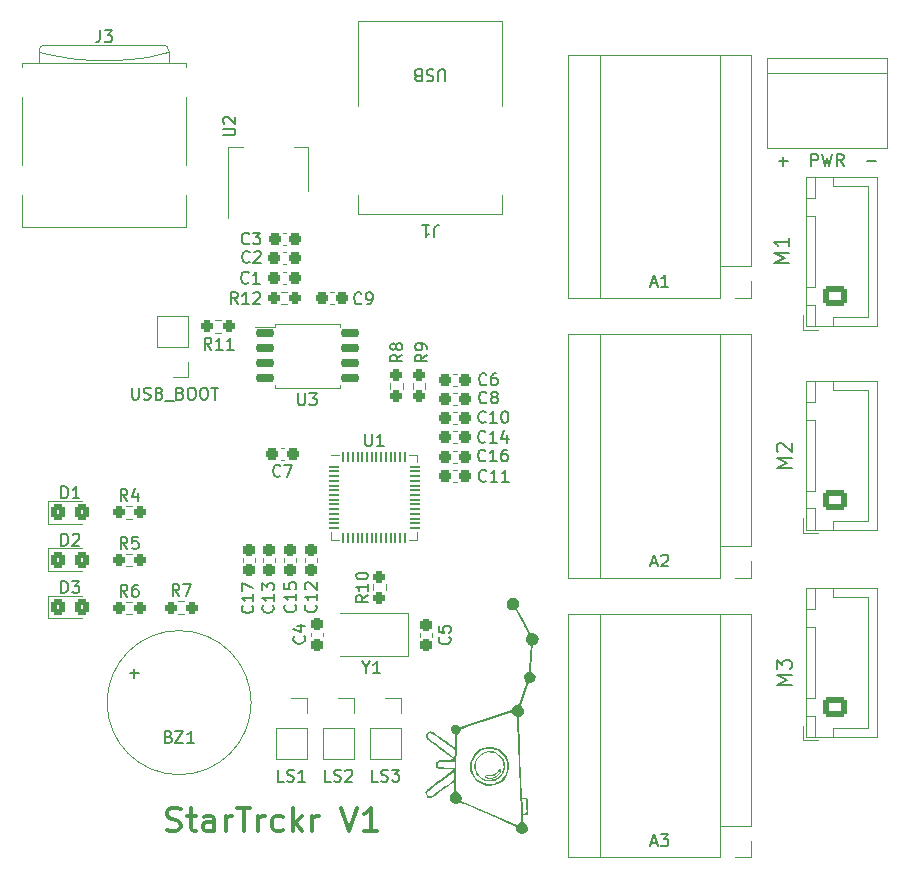
<source format=gto>
%TF.GenerationSoftware,KiCad,Pcbnew,(6.0.6)*%
%TF.CreationDate,2022-10-10T12:51:25+02:00*%
%TF.ProjectId,startrckr_pcb,73746172-7472-4636-9b72-5f7063622e6b,rev?*%
%TF.SameCoordinates,Original*%
%TF.FileFunction,Legend,Top*%
%TF.FilePolarity,Positive*%
%FSLAX46Y46*%
G04 Gerber Fmt 4.6, Leading zero omitted, Abs format (unit mm)*
G04 Created by KiCad (PCBNEW (6.0.6)) date 2022-10-10 12:51:25*
%MOMM*%
%LPD*%
G01*
G04 APERTURE LIST*
G04 Aperture macros list*
%AMRoundRect*
0 Rectangle with rounded corners*
0 $1 Rounding radius*
0 $2 $3 $4 $5 $6 $7 $8 $9 X,Y pos of 4 corners*
0 Add a 4 corners polygon primitive as box body*
4,1,4,$2,$3,$4,$5,$6,$7,$8,$9,$2,$3,0*
0 Add four circle primitives for the rounded corners*
1,1,$1+$1,$2,$3*
1,1,$1+$1,$4,$5*
1,1,$1+$1,$6,$7*
1,1,$1+$1,$8,$9*
0 Add four rect primitives between the rounded corners*
20,1,$1+$1,$2,$3,$4,$5,0*
20,1,$1+$1,$4,$5,$6,$7,0*
20,1,$1+$1,$6,$7,$8,$9,0*
20,1,$1+$1,$8,$9,$2,$3,0*%
G04 Aperture macros list end*
%ADD10C,0.300000*%
%ADD11C,0.177800*%
%ADD12C,0.150000*%
%ADD13C,0.120000*%
%ADD14R,1.700000X1.700000*%
%ADD15O,1.700000X1.700000*%
%ADD16RoundRect,0.237500X-0.300000X-0.237500X0.300000X-0.237500X0.300000X0.237500X-0.300000X0.237500X0*%
%ADD17RoundRect,0.237500X-0.237500X0.250000X-0.237500X-0.250000X0.237500X-0.250000X0.237500X0.250000X0*%
%ADD18RoundRect,0.237500X-0.250000X-0.237500X0.250000X-0.237500X0.250000X0.237500X-0.250000X0.237500X0*%
%ADD19RoundRect,0.237500X-0.237500X0.300000X-0.237500X-0.300000X0.237500X-0.300000X0.237500X0.300000X0*%
%ADD20RoundRect,0.050000X-0.387500X-0.050000X0.387500X-0.050000X0.387500X0.050000X-0.387500X0.050000X0*%
%ADD21RoundRect,0.050000X-0.050000X-0.387500X0.050000X-0.387500X0.050000X0.387500X-0.050000X0.387500X0*%
%ADD22R,3.200000X3.200000*%
%ADD23RoundRect,0.250000X-0.325000X-0.450000X0.325000X-0.450000X0.325000X0.450000X-0.325000X0.450000X0*%
%ADD24RoundRect,0.237500X0.237500X-0.300000X0.237500X0.300000X-0.237500X0.300000X-0.237500X-0.300000X0*%
%ADD25R,1.500000X2.000000*%
%ADD26R,3.800000X2.000000*%
%ADD27RoundRect,0.237500X0.237500X-0.250000X0.237500X0.250000X-0.237500X0.250000X-0.237500X-0.250000X0*%
%ADD28RoundRect,0.250000X0.725000X-0.600000X0.725000X0.600000X-0.725000X0.600000X-0.725000X-0.600000X0*%
%ADD29O,1.950000X1.700000*%
%ADD30R,2.000000X2.400000*%
%ADD31R,3.000000X3.000000*%
%ADD32C,3.000000*%
%ADD33RoundRect,0.150000X-0.650000X-0.150000X0.650000X-0.150000X0.650000X0.150000X-0.650000X0.150000X0*%
%ADD34R,0.800000X1.500000*%
%ADD35R,1.450000X2.000000*%
%ADD36RoundRect,0.237500X0.300000X0.237500X-0.300000X0.237500X-0.300000X-0.237500X0.300000X-0.237500X0*%
%ADD37C,1.700000*%
%ADD38C,4.000000*%
%ADD39R,1.600000X1.600000*%
%ADD40O,1.600000X1.600000*%
%ADD41R,2.000000X2.000000*%
%ADD42C,2.000000*%
G04 APERTURE END LIST*
D10*
X171435238Y-125269523D02*
X171720952Y-125364761D01*
X172197142Y-125364761D01*
X172387619Y-125269523D01*
X172482857Y-125174285D01*
X172578095Y-124983809D01*
X172578095Y-124793333D01*
X172482857Y-124602857D01*
X172387619Y-124507619D01*
X172197142Y-124412380D01*
X171816190Y-124317142D01*
X171625714Y-124221904D01*
X171530476Y-124126666D01*
X171435238Y-123936190D01*
X171435238Y-123745714D01*
X171530476Y-123555238D01*
X171625714Y-123460000D01*
X171816190Y-123364761D01*
X172292380Y-123364761D01*
X172578095Y-123460000D01*
X173149523Y-124031428D02*
X173911428Y-124031428D01*
X173435238Y-123364761D02*
X173435238Y-125079047D01*
X173530476Y-125269523D01*
X173720952Y-125364761D01*
X173911428Y-125364761D01*
X175435238Y-125364761D02*
X175435238Y-124317142D01*
X175340000Y-124126666D01*
X175149523Y-124031428D01*
X174768571Y-124031428D01*
X174578095Y-124126666D01*
X175435238Y-125269523D02*
X175244761Y-125364761D01*
X174768571Y-125364761D01*
X174578095Y-125269523D01*
X174482857Y-125079047D01*
X174482857Y-124888571D01*
X174578095Y-124698095D01*
X174768571Y-124602857D01*
X175244761Y-124602857D01*
X175435238Y-124507619D01*
X176387619Y-125364761D02*
X176387619Y-124031428D01*
X176387619Y-124412380D02*
X176482857Y-124221904D01*
X176578095Y-124126666D01*
X176768571Y-124031428D01*
X176959047Y-124031428D01*
X177340000Y-123364761D02*
X178482857Y-123364761D01*
X177911428Y-125364761D02*
X177911428Y-123364761D01*
X179149523Y-125364761D02*
X179149523Y-124031428D01*
X179149523Y-124412380D02*
X179244761Y-124221904D01*
X179340000Y-124126666D01*
X179530476Y-124031428D01*
X179720952Y-124031428D01*
X181244761Y-125269523D02*
X181054285Y-125364761D01*
X180673333Y-125364761D01*
X180482857Y-125269523D01*
X180387619Y-125174285D01*
X180292380Y-124983809D01*
X180292380Y-124412380D01*
X180387619Y-124221904D01*
X180482857Y-124126666D01*
X180673333Y-124031428D01*
X181054285Y-124031428D01*
X181244761Y-124126666D01*
X182101904Y-125364761D02*
X182101904Y-123364761D01*
X182292380Y-124602857D02*
X182863809Y-125364761D01*
X182863809Y-124031428D02*
X182101904Y-124793333D01*
X183720952Y-125364761D02*
X183720952Y-124031428D01*
X183720952Y-124412380D02*
X183816190Y-124221904D01*
X183911428Y-124126666D01*
X184101904Y-124031428D01*
X184292380Y-124031428D01*
X186197142Y-123364761D02*
X186863809Y-125364761D01*
X187530476Y-123364761D01*
X189244761Y-125364761D02*
X188101904Y-125364761D01*
X188673333Y-125364761D02*
X188673333Y-123364761D01*
X188482857Y-123650476D01*
X188292380Y-123840952D01*
X188101904Y-123936190D01*
D11*
X224094523Y-77228095D02*
X222824523Y-77228095D01*
X223731666Y-76804761D01*
X222824523Y-76381428D01*
X224094523Y-76381428D01*
X224094523Y-75111428D02*
X224094523Y-75837142D01*
X224094523Y-75474285D02*
X222824523Y-75474285D01*
X223005952Y-75595238D01*
X223126904Y-75716190D01*
X223187380Y-75837142D01*
X224320075Y-112961552D02*
X223050075Y-112961552D01*
X223957218Y-112538218D01*
X223050075Y-112114885D01*
X224320075Y-112114885D01*
X223050075Y-111631076D02*
X223050075Y-110844885D01*
X223533885Y-111268218D01*
X223533885Y-111086790D01*
X223594361Y-110965837D01*
X223654837Y-110905361D01*
X223775790Y-110844885D01*
X224078171Y-110844885D01*
X224199123Y-110905361D01*
X224259599Y-110965837D01*
X224320075Y-111086790D01*
X224320075Y-111449647D01*
X224259599Y-111570599D01*
X224199123Y-111631076D01*
D12*
X223234761Y-68651428D02*
X223996666Y-68651428D01*
X223615714Y-69032380D02*
X223615714Y-68270476D01*
X225996666Y-69032380D02*
X225996666Y-68032380D01*
X226377619Y-68032380D01*
X226472857Y-68080000D01*
X226520476Y-68127619D01*
X226568095Y-68222857D01*
X226568095Y-68365714D01*
X226520476Y-68460952D01*
X226472857Y-68508571D01*
X226377619Y-68556190D01*
X225996666Y-68556190D01*
X226901428Y-68032380D02*
X227139523Y-69032380D01*
X227330000Y-68318095D01*
X227520476Y-69032380D01*
X227758571Y-68032380D01*
X228710952Y-69032380D02*
X228377619Y-68556190D01*
X228139523Y-69032380D02*
X228139523Y-68032380D01*
X228520476Y-68032380D01*
X228615714Y-68080000D01*
X228663333Y-68127619D01*
X228710952Y-68222857D01*
X228710952Y-68365714D01*
X228663333Y-68460952D01*
X228615714Y-68508571D01*
X228520476Y-68556190D01*
X228139523Y-68556190D01*
X230663333Y-68651428D02*
X231425238Y-68651428D01*
D11*
X224325384Y-94597123D02*
X223055384Y-94597123D01*
X223962527Y-94173789D01*
X223055384Y-93750456D01*
X224325384Y-93750456D01*
X223176337Y-93206170D02*
X223115861Y-93145694D01*
X223055384Y-93024742D01*
X223055384Y-92722361D01*
X223115861Y-92601408D01*
X223176337Y-92540932D01*
X223297289Y-92480456D01*
X223418241Y-92480456D01*
X223599670Y-92540932D01*
X224325384Y-93266647D01*
X224325384Y-92480456D01*
D12*
%TO.C,J8*%
X189286201Y-121149675D02*
X188810011Y-121149675D01*
X188810011Y-120149675D01*
X189571916Y-121102056D02*
X189714773Y-121149675D01*
X189952868Y-121149675D01*
X190048106Y-121102056D01*
X190095725Y-121054437D01*
X190143344Y-120959199D01*
X190143344Y-120863961D01*
X190095725Y-120768723D01*
X190048106Y-120721104D01*
X189952868Y-120673485D01*
X189762392Y-120625866D01*
X189667154Y-120578247D01*
X189619535Y-120530628D01*
X189571916Y-120435390D01*
X189571916Y-120340152D01*
X189619535Y-120244914D01*
X189667154Y-120197295D01*
X189762392Y-120149675D01*
X190000487Y-120149675D01*
X190143344Y-120197295D01*
X190476678Y-120149675D02*
X191095725Y-120149675D01*
X190762392Y-120530628D01*
X190905249Y-120530628D01*
X191000487Y-120578247D01*
X191048106Y-120625866D01*
X191095725Y-120721104D01*
X191095725Y-120959199D01*
X191048106Y-121054437D01*
X191000487Y-121102056D01*
X190905249Y-121149675D01*
X190619535Y-121149675D01*
X190524297Y-121102056D01*
X190476678Y-121054437D01*
%TO.C,C3*%
X178386379Y-75570190D02*
X178338760Y-75617809D01*
X178195903Y-75665428D01*
X178100665Y-75665428D01*
X177957807Y-75617809D01*
X177862569Y-75522571D01*
X177814950Y-75427333D01*
X177767331Y-75236857D01*
X177767331Y-75094000D01*
X177814950Y-74903524D01*
X177862569Y-74808286D01*
X177957807Y-74713048D01*
X178100665Y-74665428D01*
X178195903Y-74665428D01*
X178338760Y-74713048D01*
X178386379Y-74760667D01*
X178719712Y-74665428D02*
X179338760Y-74665428D01*
X179005426Y-75046381D01*
X179148284Y-75046381D01*
X179243522Y-75094000D01*
X179291141Y-75141619D01*
X179338760Y-75236857D01*
X179338760Y-75474952D01*
X179291141Y-75570190D01*
X179243522Y-75617809D01*
X179148284Y-75665428D01*
X178862569Y-75665428D01*
X178767331Y-75617809D01*
X178719712Y-75570190D01*
%TO.C,R9*%
X193432936Y-85006891D02*
X192956746Y-85340225D01*
X193432936Y-85578320D02*
X192432936Y-85578320D01*
X192432936Y-85197367D01*
X192480556Y-85102129D01*
X192528175Y-85054510D01*
X192623413Y-85006891D01*
X192766270Y-85006891D01*
X192861508Y-85054510D01*
X192909127Y-85102129D01*
X192956746Y-85197367D01*
X192956746Y-85578320D01*
X193432936Y-84530701D02*
X193432936Y-84340225D01*
X193385317Y-84244986D01*
X193337698Y-84197367D01*
X193194841Y-84102129D01*
X193004365Y-84054510D01*
X192623413Y-84054510D01*
X192528175Y-84102129D01*
X192480556Y-84149748D01*
X192432936Y-84244986D01*
X192432936Y-84435463D01*
X192480556Y-84530701D01*
X192528175Y-84578320D01*
X192623413Y-84625939D01*
X192861508Y-84625939D01*
X192956746Y-84578320D01*
X193004365Y-84530701D01*
X193051984Y-84435463D01*
X193051984Y-84244986D01*
X193004365Y-84149748D01*
X192956746Y-84102129D01*
X192861508Y-84054510D01*
%TO.C,C8*%
X198480864Y-89040069D02*
X198433245Y-89087688D01*
X198290388Y-89135307D01*
X198195150Y-89135307D01*
X198052292Y-89087688D01*
X197957054Y-88992450D01*
X197909435Y-88897212D01*
X197861816Y-88706736D01*
X197861816Y-88563879D01*
X197909435Y-88373403D01*
X197957054Y-88278165D01*
X198052292Y-88182927D01*
X198195150Y-88135307D01*
X198290388Y-88135307D01*
X198433245Y-88182927D01*
X198480864Y-88230546D01*
X199052292Y-88563879D02*
X198957054Y-88516260D01*
X198909435Y-88468641D01*
X198861816Y-88373403D01*
X198861816Y-88325784D01*
X198909435Y-88230546D01*
X198957054Y-88182927D01*
X199052292Y-88135307D01*
X199242769Y-88135307D01*
X199338007Y-88182927D01*
X199385626Y-88230546D01*
X199433245Y-88325784D01*
X199433245Y-88373403D01*
X199385626Y-88468641D01*
X199338007Y-88516260D01*
X199242769Y-88563879D01*
X199052292Y-88563879D01*
X198957054Y-88611498D01*
X198909435Y-88659117D01*
X198861816Y-88754355D01*
X198861816Y-88944831D01*
X198909435Y-89040069D01*
X198957054Y-89087688D01*
X199052292Y-89135307D01*
X199242769Y-89135307D01*
X199338007Y-89087688D01*
X199385626Y-89040069D01*
X199433245Y-88944831D01*
X199433245Y-88754355D01*
X199385626Y-88659117D01*
X199338007Y-88611498D01*
X199242769Y-88563879D01*
%TO.C,C6*%
X198470427Y-87499149D02*
X198422808Y-87546768D01*
X198279951Y-87594387D01*
X198184713Y-87594387D01*
X198041855Y-87546768D01*
X197946617Y-87451530D01*
X197898998Y-87356292D01*
X197851379Y-87165816D01*
X197851379Y-87022959D01*
X197898998Y-86832483D01*
X197946617Y-86737245D01*
X198041855Y-86642007D01*
X198184713Y-86594387D01*
X198279951Y-86594387D01*
X198422808Y-86642007D01*
X198470427Y-86689626D01*
X199327570Y-86594387D02*
X199137094Y-86594387D01*
X199041855Y-86642007D01*
X198994236Y-86689626D01*
X198898998Y-86832483D01*
X198851379Y-87022959D01*
X198851379Y-87403911D01*
X198898998Y-87499149D01*
X198946617Y-87546768D01*
X199041855Y-87594387D01*
X199232332Y-87594387D01*
X199327570Y-87546768D01*
X199375189Y-87499149D01*
X199422808Y-87403911D01*
X199422808Y-87165816D01*
X199375189Y-87070578D01*
X199327570Y-87022959D01*
X199232332Y-86975340D01*
X199041855Y-86975340D01*
X198946617Y-87022959D01*
X198898998Y-87070578D01*
X198851379Y-87165816D01*
%TO.C,R4*%
X168076317Y-97383742D02*
X167742984Y-96907552D01*
X167504888Y-97383742D02*
X167504888Y-96383742D01*
X167885841Y-96383742D01*
X167981079Y-96431362D01*
X168028698Y-96478981D01*
X168076317Y-96574219D01*
X168076317Y-96717076D01*
X168028698Y-96812314D01*
X167981079Y-96859933D01*
X167885841Y-96907552D01*
X167504888Y-96907552D01*
X168933460Y-96717076D02*
X168933460Y-97383742D01*
X168695364Y-96336123D02*
X168457269Y-97050409D01*
X169076317Y-97050409D01*
%TO.C,C15*%
X182269012Y-106185850D02*
X182316631Y-106233469D01*
X182364250Y-106376326D01*
X182364250Y-106471564D01*
X182316631Y-106614421D01*
X182221393Y-106709659D01*
X182126155Y-106757278D01*
X181935679Y-106804897D01*
X181792822Y-106804897D01*
X181602346Y-106757278D01*
X181507108Y-106709659D01*
X181411870Y-106614421D01*
X181364250Y-106471564D01*
X181364250Y-106376326D01*
X181411870Y-106233469D01*
X181459489Y-106185850D01*
X182364250Y-105233469D02*
X182364250Y-105804897D01*
X182364250Y-105519183D02*
X181364250Y-105519183D01*
X181507108Y-105614421D01*
X181602346Y-105709659D01*
X181649965Y-105804897D01*
X181364250Y-104328707D02*
X181364250Y-104804897D01*
X181840441Y-104852516D01*
X181792822Y-104804897D01*
X181745203Y-104709659D01*
X181745203Y-104471564D01*
X181792822Y-104376326D01*
X181840441Y-104328707D01*
X181935679Y-104281088D01*
X182173774Y-104281088D01*
X182269012Y-104328707D01*
X182316631Y-104376326D01*
X182364250Y-104471564D01*
X182364250Y-104709659D01*
X182316631Y-104804897D01*
X182269012Y-104852516D01*
%TO.C,U1*%
X188204533Y-91723402D02*
X188204533Y-92532926D01*
X188252152Y-92628164D01*
X188299771Y-92675783D01*
X188395009Y-92723402D01*
X188585485Y-92723402D01*
X188680723Y-92675783D01*
X188728342Y-92628164D01*
X188775961Y-92532926D01*
X188775961Y-91723402D01*
X189775961Y-92723402D02*
X189204533Y-92723402D01*
X189490247Y-92723402D02*
X189490247Y-91723402D01*
X189395009Y-91866260D01*
X189299771Y-91961498D01*
X189204533Y-92009117D01*
%TO.C,J7*%
X185296978Y-121149675D02*
X184820788Y-121149675D01*
X184820788Y-120149675D01*
X185582693Y-121102056D02*
X185725550Y-121149675D01*
X185963645Y-121149675D01*
X186058883Y-121102056D01*
X186106502Y-121054437D01*
X186154121Y-120959199D01*
X186154121Y-120863961D01*
X186106502Y-120768723D01*
X186058883Y-120721104D01*
X185963645Y-120673485D01*
X185773169Y-120625866D01*
X185677931Y-120578247D01*
X185630312Y-120530628D01*
X185582693Y-120435390D01*
X185582693Y-120340152D01*
X185630312Y-120244914D01*
X185677931Y-120197295D01*
X185773169Y-120149675D01*
X186011264Y-120149675D01*
X186154121Y-120197295D01*
X186535074Y-120244914D02*
X186582693Y-120197295D01*
X186677931Y-120149675D01*
X186916026Y-120149675D01*
X187011264Y-120197295D01*
X187058883Y-120244914D01*
X187106502Y-120340152D01*
X187106502Y-120435390D01*
X187058883Y-120578247D01*
X186487455Y-121149675D01*
X187106502Y-121149675D01*
%TO.C,C12*%
X184011797Y-106198446D02*
X184059416Y-106246065D01*
X184107035Y-106388922D01*
X184107035Y-106484160D01*
X184059416Y-106627017D01*
X183964178Y-106722255D01*
X183868940Y-106769874D01*
X183678464Y-106817493D01*
X183535607Y-106817493D01*
X183345131Y-106769874D01*
X183249893Y-106722255D01*
X183154655Y-106627017D01*
X183107035Y-106484160D01*
X183107035Y-106388922D01*
X183154655Y-106246065D01*
X183202274Y-106198446D01*
X184107035Y-105246065D02*
X184107035Y-105817493D01*
X184107035Y-105531779D02*
X183107035Y-105531779D01*
X183249893Y-105627017D01*
X183345131Y-105722255D01*
X183392750Y-105817493D01*
X183202274Y-104865112D02*
X183154655Y-104817493D01*
X183107035Y-104722255D01*
X183107035Y-104484160D01*
X183154655Y-104388922D01*
X183202274Y-104341303D01*
X183297512Y-104293684D01*
X183392750Y-104293684D01*
X183535607Y-104341303D01*
X184107035Y-104912731D01*
X184107035Y-104293684D01*
%TO.C,D2*%
X162486042Y-101171545D02*
X162486042Y-100171545D01*
X162724138Y-100171545D01*
X162866995Y-100219165D01*
X162962233Y-100314403D01*
X163009852Y-100409641D01*
X163057471Y-100600117D01*
X163057471Y-100742974D01*
X163009852Y-100933450D01*
X162962233Y-101028688D01*
X162866995Y-101123926D01*
X162724138Y-101171545D01*
X162486042Y-101171545D01*
X163438423Y-100266784D02*
X163486042Y-100219165D01*
X163581280Y-100171545D01*
X163819376Y-100171545D01*
X163914614Y-100219165D01*
X163962233Y-100266784D01*
X164009852Y-100362022D01*
X164009852Y-100457260D01*
X163962233Y-100600117D01*
X163390804Y-101171545D01*
X164009852Y-101171545D01*
%TO.C,R12*%
X177415034Y-80714604D02*
X177081701Y-80238414D01*
X176843606Y-80714604D02*
X176843606Y-79714604D01*
X177224558Y-79714604D01*
X177319796Y-79762224D01*
X177367415Y-79809843D01*
X177415034Y-79905081D01*
X177415034Y-80047938D01*
X177367415Y-80143176D01*
X177319796Y-80190795D01*
X177224558Y-80238414D01*
X176843606Y-80238414D01*
X178367415Y-80714604D02*
X177795987Y-80714604D01*
X178081701Y-80714604D02*
X178081701Y-79714604D01*
X177986463Y-79857462D01*
X177891225Y-79952700D01*
X177795987Y-80000319D01*
X178748368Y-79809843D02*
X178795987Y-79762224D01*
X178891225Y-79714604D01*
X179129320Y-79714604D01*
X179224558Y-79762224D01*
X179272177Y-79809843D01*
X179319796Y-79905081D01*
X179319796Y-80000319D01*
X179272177Y-80143176D01*
X178700749Y-80714604D01*
X179319796Y-80714604D01*
%TO.C,C5*%
X195337936Y-108911947D02*
X195385555Y-108959566D01*
X195433174Y-109102423D01*
X195433174Y-109197661D01*
X195385555Y-109340519D01*
X195290317Y-109435757D01*
X195195079Y-109483376D01*
X195004603Y-109530995D01*
X194861746Y-109530995D01*
X194671270Y-109483376D01*
X194576032Y-109435757D01*
X194480794Y-109340519D01*
X194433174Y-109197661D01*
X194433174Y-109102423D01*
X194480794Y-108959566D01*
X194528413Y-108911947D01*
X194433174Y-108007185D02*
X194433174Y-108483376D01*
X194909365Y-108530995D01*
X194861746Y-108483376D01*
X194814127Y-108388138D01*
X194814127Y-108150042D01*
X194861746Y-108054804D01*
X194909365Y-108007185D01*
X195004603Y-107959566D01*
X195242698Y-107959566D01*
X195337936Y-108007185D01*
X195385555Y-108054804D01*
X195433174Y-108150042D01*
X195433174Y-108388138D01*
X195385555Y-108483376D01*
X195337936Y-108530995D01*
%TO.C,R11*%
X175178198Y-84580824D02*
X174844865Y-84104634D01*
X174606770Y-84580824D02*
X174606770Y-83580824D01*
X174987722Y-83580824D01*
X175082960Y-83628444D01*
X175130579Y-83676063D01*
X175178198Y-83771301D01*
X175178198Y-83914158D01*
X175130579Y-84009396D01*
X175082960Y-84057015D01*
X174987722Y-84104634D01*
X174606770Y-84104634D01*
X176130579Y-84580824D02*
X175559151Y-84580824D01*
X175844865Y-84580824D02*
X175844865Y-83580824D01*
X175749627Y-83723682D01*
X175654389Y-83818920D01*
X175559151Y-83866539D01*
X177082960Y-84580824D02*
X176511532Y-84580824D01*
X176797246Y-84580824D02*
X176797246Y-83580824D01*
X176702008Y-83723682D01*
X176606770Y-83818920D01*
X176511532Y-83866539D01*
%TO.C,C4*%
X183031199Y-108851358D02*
X183078818Y-108898977D01*
X183126437Y-109041834D01*
X183126437Y-109137072D01*
X183078818Y-109279930D01*
X182983580Y-109375168D01*
X182888342Y-109422787D01*
X182697866Y-109470406D01*
X182555009Y-109470406D01*
X182364533Y-109422787D01*
X182269295Y-109375168D01*
X182174057Y-109279930D01*
X182126437Y-109137072D01*
X182126437Y-109041834D01*
X182174057Y-108898977D01*
X182221676Y-108851358D01*
X182459771Y-107994215D02*
X183126437Y-107994215D01*
X182078818Y-108232311D02*
X182793104Y-108470406D01*
X182793104Y-107851358D01*
%TO.C,U2*%
X176200906Y-66446075D02*
X177010430Y-66446075D01*
X177105668Y-66398456D01*
X177153287Y-66350837D01*
X177200906Y-66255599D01*
X177200906Y-66065123D01*
X177153287Y-65969885D01*
X177105668Y-65922266D01*
X177010430Y-65874647D01*
X176200906Y-65874647D01*
X176296145Y-65446075D02*
X176248526Y-65398456D01*
X176200906Y-65303218D01*
X176200906Y-65065123D01*
X176248526Y-64969885D01*
X176296145Y-64922266D01*
X176391383Y-64874647D01*
X176486621Y-64874647D01*
X176629478Y-64922266D01*
X177200906Y-65493694D01*
X177200906Y-64874647D01*
%TO.C,R7*%
X172472814Y-105442071D02*
X172139481Y-104965881D01*
X171901385Y-105442071D02*
X171901385Y-104442071D01*
X172282338Y-104442071D01*
X172377576Y-104489691D01*
X172425195Y-104537310D01*
X172472814Y-104632548D01*
X172472814Y-104775405D01*
X172425195Y-104870643D01*
X172377576Y-104918262D01*
X172282338Y-104965881D01*
X171901385Y-104965881D01*
X172806147Y-104442071D02*
X173472814Y-104442071D01*
X173044242Y-105442071D01*
%TO.C,R10*%
X188431620Y-105359662D02*
X187955430Y-105692995D01*
X188431620Y-105931090D02*
X187431620Y-105931090D01*
X187431620Y-105550138D01*
X187479240Y-105454900D01*
X187526859Y-105407281D01*
X187622097Y-105359662D01*
X187764954Y-105359662D01*
X187860192Y-105407281D01*
X187907811Y-105454900D01*
X187955430Y-105550138D01*
X187955430Y-105931090D01*
X188431620Y-104407281D02*
X188431620Y-104978709D01*
X188431620Y-104692995D02*
X187431620Y-104692995D01*
X187574478Y-104788233D01*
X187669716Y-104883471D01*
X187717335Y-104978709D01*
X187431620Y-103788233D02*
X187431620Y-103692995D01*
X187479240Y-103597757D01*
X187526859Y-103550138D01*
X187622097Y-103502519D01*
X187812573Y-103454900D01*
X188050668Y-103454900D01*
X188241144Y-103502519D01*
X188336382Y-103550138D01*
X188384001Y-103597757D01*
X188431620Y-103692995D01*
X188431620Y-103788233D01*
X188384001Y-103883471D01*
X188336382Y-103931090D01*
X188241144Y-103978709D01*
X188050668Y-104026328D01*
X187812573Y-104026328D01*
X187622097Y-103978709D01*
X187526859Y-103931090D01*
X187479240Y-103883471D01*
X187431620Y-103788233D01*
%TO.C,C17*%
X178655329Y-106261424D02*
X178702948Y-106309043D01*
X178750567Y-106451900D01*
X178750567Y-106547138D01*
X178702948Y-106689995D01*
X178607710Y-106785233D01*
X178512472Y-106832852D01*
X178321996Y-106880471D01*
X178179139Y-106880471D01*
X177988663Y-106832852D01*
X177893425Y-106785233D01*
X177798187Y-106689995D01*
X177750567Y-106547138D01*
X177750567Y-106451900D01*
X177798187Y-106309043D01*
X177845806Y-106261424D01*
X178750567Y-105309043D02*
X178750567Y-105880471D01*
X178750567Y-105594757D02*
X177750567Y-105594757D01*
X177893425Y-105689995D01*
X177988663Y-105785233D01*
X178036282Y-105880471D01*
X177750567Y-104975709D02*
X177750567Y-104309043D01*
X178750567Y-104737614D01*
%TO.C,R6*%
X168076317Y-105494264D02*
X167742984Y-105018074D01*
X167504888Y-105494264D02*
X167504888Y-104494264D01*
X167885841Y-104494264D01*
X167981079Y-104541884D01*
X168028698Y-104589503D01*
X168076317Y-104684741D01*
X168076317Y-104827598D01*
X168028698Y-104922836D01*
X167981079Y-104970455D01*
X167885841Y-105018074D01*
X167504888Y-105018074D01*
X168933460Y-104494264D02*
X168742984Y-104494264D01*
X168647745Y-104541884D01*
X168600126Y-104589503D01*
X168504888Y-104732360D01*
X168457269Y-104922836D01*
X168457269Y-105303788D01*
X168504888Y-105399026D01*
X168552507Y-105446645D01*
X168647745Y-105494264D01*
X168838222Y-105494264D01*
X168933460Y-105446645D01*
X168981079Y-105399026D01*
X169028698Y-105303788D01*
X169028698Y-105065693D01*
X168981079Y-104970455D01*
X168933460Y-104922836D01*
X168838222Y-104875217D01*
X168647745Y-104875217D01*
X168552507Y-104922836D01*
X168504888Y-104970455D01*
X168457269Y-105065693D01*
%TO.C,R8*%
X191348692Y-84993292D02*
X190872502Y-85326626D01*
X191348692Y-85564721D02*
X190348692Y-85564721D01*
X190348692Y-85183768D01*
X190396312Y-85088530D01*
X190443931Y-85040911D01*
X190539169Y-84993292D01*
X190682026Y-84993292D01*
X190777264Y-85040911D01*
X190824883Y-85088530D01*
X190872502Y-85183768D01*
X190872502Y-85564721D01*
X190777264Y-84421864D02*
X190729645Y-84517102D01*
X190682026Y-84564721D01*
X190586788Y-84612340D01*
X190539169Y-84612340D01*
X190443931Y-84564721D01*
X190396312Y-84517102D01*
X190348692Y-84421864D01*
X190348692Y-84231387D01*
X190396312Y-84136149D01*
X190443931Y-84088530D01*
X190539169Y-84040911D01*
X190586788Y-84040911D01*
X190682026Y-84088530D01*
X190729645Y-84136149D01*
X190777264Y-84231387D01*
X190777264Y-84421864D01*
X190824883Y-84517102D01*
X190872502Y-84564721D01*
X190967740Y-84612340D01*
X191158216Y-84612340D01*
X191253454Y-84564721D01*
X191301073Y-84517102D01*
X191348692Y-84421864D01*
X191348692Y-84231387D01*
X191301073Y-84136149D01*
X191253454Y-84088530D01*
X191158216Y-84040911D01*
X190967740Y-84040911D01*
X190872502Y-84088530D01*
X190824883Y-84136149D01*
X190777264Y-84231387D01*
%TO.C,J5*%
X168462584Y-87810084D02*
X168462584Y-88619608D01*
X168510203Y-88714846D01*
X168557822Y-88762465D01*
X168653060Y-88810084D01*
X168843536Y-88810084D01*
X168938774Y-88762465D01*
X168986393Y-88714846D01*
X169034013Y-88619608D01*
X169034013Y-87810084D01*
X169462584Y-88762465D02*
X169605441Y-88810084D01*
X169843536Y-88810084D01*
X169938774Y-88762465D01*
X169986393Y-88714846D01*
X170034013Y-88619608D01*
X170034013Y-88524370D01*
X169986393Y-88429132D01*
X169938774Y-88381513D01*
X169843536Y-88333894D01*
X169653060Y-88286275D01*
X169557822Y-88238656D01*
X169510203Y-88191037D01*
X169462584Y-88095799D01*
X169462584Y-88000561D01*
X169510203Y-87905323D01*
X169557822Y-87857704D01*
X169653060Y-87810084D01*
X169891155Y-87810084D01*
X170034013Y-87857704D01*
X170795917Y-88286275D02*
X170938774Y-88333894D01*
X170986393Y-88381513D01*
X171034013Y-88476751D01*
X171034013Y-88619608D01*
X170986393Y-88714846D01*
X170938774Y-88762465D01*
X170843536Y-88810084D01*
X170462584Y-88810084D01*
X170462584Y-87810084D01*
X170795917Y-87810084D01*
X170891155Y-87857704D01*
X170938774Y-87905323D01*
X170986393Y-88000561D01*
X170986393Y-88095799D01*
X170938774Y-88191037D01*
X170891155Y-88238656D01*
X170795917Y-88286275D01*
X170462584Y-88286275D01*
X171224489Y-88905323D02*
X171986393Y-88905323D01*
X172557822Y-88286275D02*
X172700679Y-88333894D01*
X172748298Y-88381513D01*
X172795917Y-88476751D01*
X172795917Y-88619608D01*
X172748298Y-88714846D01*
X172700679Y-88762465D01*
X172605441Y-88810084D01*
X172224489Y-88810084D01*
X172224489Y-87810084D01*
X172557822Y-87810084D01*
X172653060Y-87857704D01*
X172700679Y-87905323D01*
X172748298Y-88000561D01*
X172748298Y-88095799D01*
X172700679Y-88191037D01*
X172653060Y-88238656D01*
X172557822Y-88286275D01*
X172224489Y-88286275D01*
X173414965Y-87810084D02*
X173605441Y-87810084D01*
X173700679Y-87857704D01*
X173795917Y-87952942D01*
X173843536Y-88143418D01*
X173843536Y-88476751D01*
X173795917Y-88667227D01*
X173700679Y-88762465D01*
X173605441Y-88810084D01*
X173414965Y-88810084D01*
X173319727Y-88762465D01*
X173224489Y-88667227D01*
X173176870Y-88476751D01*
X173176870Y-88143418D01*
X173224489Y-87952942D01*
X173319727Y-87857704D01*
X173414965Y-87810084D01*
X174462584Y-87810084D02*
X174653060Y-87810084D01*
X174748298Y-87857704D01*
X174843536Y-87952942D01*
X174891155Y-88143418D01*
X174891155Y-88476751D01*
X174843536Y-88667227D01*
X174748298Y-88762465D01*
X174653060Y-88810084D01*
X174462584Y-88810084D01*
X174367346Y-88762465D01*
X174272108Y-88667227D01*
X174224489Y-88476751D01*
X174224489Y-88143418D01*
X174272108Y-87952942D01*
X174367346Y-87857704D01*
X174462584Y-87810084D01*
X175176870Y-87810084D02*
X175748298Y-87810084D01*
X175462584Y-88810084D02*
X175462584Y-87810084D01*
%TO.C,Y1*%
X188276238Y-111492334D02*
X188276238Y-111968524D01*
X187942905Y-110968524D02*
X188276238Y-111492334D01*
X188609571Y-110968524D01*
X189466714Y-111968524D02*
X188895286Y-111968524D01*
X189181000Y-111968524D02*
X189181000Y-110968524D01*
X189085762Y-111111382D01*
X188990524Y-111206620D01*
X188895286Y-111254239D01*
%TO.C,C13*%
X180398113Y-106238392D02*
X180445732Y-106286011D01*
X180493351Y-106428868D01*
X180493351Y-106524106D01*
X180445732Y-106666963D01*
X180350494Y-106762201D01*
X180255256Y-106809820D01*
X180064780Y-106857439D01*
X179921923Y-106857439D01*
X179731447Y-106809820D01*
X179636209Y-106762201D01*
X179540971Y-106666963D01*
X179493351Y-106524106D01*
X179493351Y-106428868D01*
X179540971Y-106286011D01*
X179588590Y-106238392D01*
X180493351Y-105286011D02*
X180493351Y-105857439D01*
X180493351Y-105571725D02*
X179493351Y-105571725D01*
X179636209Y-105666963D01*
X179731447Y-105762201D01*
X179779066Y-105857439D01*
X179493351Y-104952677D02*
X179493351Y-104333630D01*
X179874304Y-104666963D01*
X179874304Y-104524106D01*
X179921923Y-104428868D01*
X179969542Y-104381249D01*
X180064780Y-104333630D01*
X180302875Y-104333630D01*
X180398113Y-104381249D01*
X180445732Y-104428868D01*
X180493351Y-104524106D01*
X180493351Y-104809820D01*
X180445732Y-104905058D01*
X180398113Y-104952677D01*
%TO.C,J6*%
X181307756Y-121149675D02*
X180831566Y-121149675D01*
X180831566Y-120149675D01*
X181593471Y-121102056D02*
X181736328Y-121149675D01*
X181974423Y-121149675D01*
X182069661Y-121102056D01*
X182117280Y-121054437D01*
X182164899Y-120959199D01*
X182164899Y-120863961D01*
X182117280Y-120768723D01*
X182069661Y-120721104D01*
X181974423Y-120673485D01*
X181783947Y-120625866D01*
X181688709Y-120578247D01*
X181641090Y-120530628D01*
X181593471Y-120435390D01*
X181593471Y-120340152D01*
X181641090Y-120244914D01*
X181688709Y-120197295D01*
X181783947Y-120149675D01*
X182022042Y-120149675D01*
X182164899Y-120197295D01*
X183117280Y-121149675D02*
X182545852Y-121149675D01*
X182831566Y-121149675D02*
X182831566Y-120149675D01*
X182736328Y-120292533D01*
X182641090Y-120387771D01*
X182545852Y-120435390D01*
%TO.C,U3*%
X182521505Y-88290805D02*
X182521505Y-89100329D01*
X182569124Y-89195567D01*
X182616743Y-89243186D01*
X182711981Y-89290805D01*
X182902457Y-89290805D01*
X182997695Y-89243186D01*
X183045314Y-89195567D01*
X183092933Y-89100329D01*
X183092933Y-88290805D01*
X183473886Y-88290805D02*
X184092933Y-88290805D01*
X183759600Y-88671758D01*
X183902457Y-88671758D01*
X183997695Y-88719377D01*
X184045314Y-88766996D01*
X184092933Y-88862234D01*
X184092933Y-89100329D01*
X184045314Y-89195567D01*
X183997695Y-89243186D01*
X183902457Y-89290805D01*
X183616743Y-89290805D01*
X183521505Y-89243186D01*
X183473886Y-89195567D01*
%TO.C,J3*%
X165761666Y-57551765D02*
X165761666Y-58266051D01*
X165714047Y-58408908D01*
X165618809Y-58504146D01*
X165475952Y-58551765D01*
X165380714Y-58551765D01*
X166142619Y-57551765D02*
X166761666Y-57551765D01*
X166428333Y-57932718D01*
X166571190Y-57932718D01*
X166666428Y-57980337D01*
X166714047Y-58027956D01*
X166761666Y-58123194D01*
X166761666Y-58361289D01*
X166714047Y-58456527D01*
X166666428Y-58504146D01*
X166571190Y-58551765D01*
X166285476Y-58551765D01*
X166190238Y-58504146D01*
X166142619Y-58456527D01*
%TO.C,C16*%
X198392979Y-93951473D02*
X198345360Y-93999092D01*
X198202503Y-94046711D01*
X198107265Y-94046711D01*
X197964408Y-93999092D01*
X197869170Y-93903854D01*
X197821551Y-93808616D01*
X197773932Y-93618140D01*
X197773932Y-93475283D01*
X197821551Y-93284807D01*
X197869170Y-93189569D01*
X197964408Y-93094331D01*
X198107265Y-93046711D01*
X198202503Y-93046711D01*
X198345360Y-93094331D01*
X198392979Y-93141950D01*
X199345360Y-94046711D02*
X198773932Y-94046711D01*
X199059646Y-94046711D02*
X199059646Y-93046711D01*
X198964408Y-93189569D01*
X198869170Y-93284807D01*
X198773932Y-93332426D01*
X200202503Y-93046711D02*
X200012027Y-93046711D01*
X199916789Y-93094331D01*
X199869170Y-93141950D01*
X199773932Y-93284807D01*
X199726313Y-93475283D01*
X199726313Y-93856235D01*
X199773932Y-93951473D01*
X199821551Y-93999092D01*
X199916789Y-94046711D01*
X200107265Y-94046711D01*
X200202503Y-93999092D01*
X200250122Y-93951473D01*
X200297741Y-93856235D01*
X200297741Y-93618140D01*
X200250122Y-93522902D01*
X200202503Y-93475283D01*
X200107265Y-93427664D01*
X199916789Y-93427664D01*
X199821551Y-93475283D01*
X199773932Y-93522902D01*
X199726313Y-93618140D01*
%TO.C,C14*%
X198392979Y-92362122D02*
X198345360Y-92409741D01*
X198202503Y-92457360D01*
X198107265Y-92457360D01*
X197964408Y-92409741D01*
X197869170Y-92314503D01*
X197821551Y-92219265D01*
X197773932Y-92028789D01*
X197773932Y-91885932D01*
X197821551Y-91695456D01*
X197869170Y-91600218D01*
X197964408Y-91504980D01*
X198107265Y-91457360D01*
X198202503Y-91457360D01*
X198345360Y-91504980D01*
X198392979Y-91552599D01*
X199345360Y-92457360D02*
X198773932Y-92457360D01*
X199059646Y-92457360D02*
X199059646Y-91457360D01*
X198964408Y-91600218D01*
X198869170Y-91695456D01*
X198773932Y-91743075D01*
X200202503Y-91790694D02*
X200202503Y-92457360D01*
X199964408Y-91409741D02*
X199726313Y-92124027D01*
X200345360Y-92124027D01*
%TO.C,C9*%
X187879342Y-80641224D02*
X187831723Y-80688843D01*
X187688866Y-80736462D01*
X187593628Y-80736462D01*
X187450770Y-80688843D01*
X187355532Y-80593605D01*
X187307913Y-80498367D01*
X187260294Y-80307891D01*
X187260294Y-80165034D01*
X187307913Y-79974558D01*
X187355532Y-79879320D01*
X187450770Y-79784082D01*
X187593628Y-79736462D01*
X187688866Y-79736462D01*
X187831723Y-79784082D01*
X187879342Y-79831701D01*
X188355532Y-80736462D02*
X188546009Y-80736462D01*
X188641247Y-80688843D01*
X188688866Y-80641224D01*
X188784104Y-80498367D01*
X188831723Y-80307891D01*
X188831723Y-79926939D01*
X188784104Y-79831701D01*
X188736485Y-79784082D01*
X188641247Y-79736462D01*
X188450770Y-79736462D01*
X188355532Y-79784082D01*
X188307913Y-79831701D01*
X188260294Y-79926939D01*
X188260294Y-80165034D01*
X188307913Y-80260272D01*
X188355532Y-80307891D01*
X188450770Y-80355510D01*
X188641247Y-80355510D01*
X188736485Y-80307891D01*
X188784104Y-80260272D01*
X188831723Y-80165034D01*
%TO.C,D1*%
X162486042Y-97166545D02*
X162486042Y-96166545D01*
X162724138Y-96166545D01*
X162866995Y-96214165D01*
X162962233Y-96309403D01*
X163009852Y-96404641D01*
X163057471Y-96595117D01*
X163057471Y-96737974D01*
X163009852Y-96928450D01*
X162962233Y-97023688D01*
X162866995Y-97118926D01*
X162724138Y-97166545D01*
X162486042Y-97166545D01*
X164009852Y-97166545D02*
X163438423Y-97166545D01*
X163724138Y-97166545D02*
X163724138Y-96166545D01*
X163628899Y-96309403D01*
X163533661Y-96404641D01*
X163438423Y-96452260D01*
%TO.C,C1*%
X178331702Y-78892861D02*
X178284083Y-78940480D01*
X178141226Y-78988099D01*
X178045988Y-78988099D01*
X177903130Y-78940480D01*
X177807892Y-78845242D01*
X177760273Y-78750004D01*
X177712654Y-78559528D01*
X177712654Y-78416671D01*
X177760273Y-78226195D01*
X177807892Y-78130957D01*
X177903130Y-78035719D01*
X178045988Y-77988099D01*
X178141226Y-77988099D01*
X178284083Y-78035719D01*
X178331702Y-78083338D01*
X179284083Y-78988099D02*
X178712654Y-78988099D01*
X178998369Y-78988099D02*
X178998369Y-77988099D01*
X178903130Y-78130957D01*
X178807892Y-78226195D01*
X178712654Y-78273814D01*
%TO.C,J1*%
X194058039Y-75057743D02*
X194058039Y-74343457D01*
X194105658Y-74200600D01*
X194200896Y-74105362D01*
X194343753Y-74057743D01*
X194438991Y-74057743D01*
X193058039Y-74057743D02*
X193629467Y-74057743D01*
X193343753Y-74057743D02*
X193343753Y-75057743D01*
X193438991Y-74914885D01*
X193534229Y-74819647D01*
X193629467Y-74772028D01*
X194986610Y-61857743D02*
X194986610Y-61048219D01*
X194938991Y-60952981D01*
X194891372Y-60905362D01*
X194796134Y-60857743D01*
X194605658Y-60857743D01*
X194510420Y-60905362D01*
X194462801Y-60952981D01*
X194415182Y-61048219D01*
X194415182Y-61857743D01*
X193986610Y-60905362D02*
X193843753Y-60857743D01*
X193605658Y-60857743D01*
X193510420Y-60905362D01*
X193462801Y-60952981D01*
X193415182Y-61048219D01*
X193415182Y-61143457D01*
X193462801Y-61238695D01*
X193510420Y-61286314D01*
X193605658Y-61333933D01*
X193796134Y-61381552D01*
X193891372Y-61429171D01*
X193938991Y-61476790D01*
X193986610Y-61572028D01*
X193986610Y-61667266D01*
X193938991Y-61762504D01*
X193891372Y-61810124D01*
X193796134Y-61857743D01*
X193558039Y-61857743D01*
X193415182Y-61810124D01*
X192653277Y-61381552D02*
X192510420Y-61333933D01*
X192462801Y-61286314D01*
X192415182Y-61191076D01*
X192415182Y-61048219D01*
X192462801Y-60952981D01*
X192510420Y-60905362D01*
X192605658Y-60857743D01*
X192986610Y-60857743D01*
X192986610Y-61857743D01*
X192653277Y-61857743D01*
X192558039Y-61810124D01*
X192510420Y-61762504D01*
X192462801Y-61667266D01*
X192462801Y-61572028D01*
X192510420Y-61476790D01*
X192558039Y-61429171D01*
X192653277Y-61381552D01*
X192986610Y-61381552D01*
%TO.C,A2*%
X212438359Y-102645608D02*
X212914549Y-102645608D01*
X212343121Y-102931322D02*
X212676454Y-101931322D01*
X213009787Y-102931322D01*
X213295502Y-102026561D02*
X213343121Y-101978942D01*
X213438359Y-101931322D01*
X213676454Y-101931322D01*
X213771692Y-101978942D01*
X213819311Y-102026561D01*
X213866930Y-102121799D01*
X213866930Y-102217037D01*
X213819311Y-102359894D01*
X213247883Y-102931322D01*
X213866930Y-102931322D01*
%TO.C,C7*%
X181030643Y-95237485D02*
X180983024Y-95285104D01*
X180840167Y-95332723D01*
X180744929Y-95332723D01*
X180602071Y-95285104D01*
X180506833Y-95189866D01*
X180459214Y-95094628D01*
X180411595Y-94904152D01*
X180411595Y-94761295D01*
X180459214Y-94570819D01*
X180506833Y-94475581D01*
X180602071Y-94380343D01*
X180744929Y-94332723D01*
X180840167Y-94332723D01*
X180983024Y-94380343D01*
X181030643Y-94427962D01*
X181363976Y-94332723D02*
X182030643Y-94332723D01*
X181602071Y-95332723D01*
%TO.C,C10*%
X198403416Y-90683658D02*
X198355797Y-90731277D01*
X198212940Y-90778896D01*
X198117702Y-90778896D01*
X197974845Y-90731277D01*
X197879607Y-90636039D01*
X197831988Y-90540801D01*
X197784369Y-90350325D01*
X197784369Y-90207468D01*
X197831988Y-90016992D01*
X197879607Y-89921754D01*
X197974845Y-89826516D01*
X198117702Y-89778896D01*
X198212940Y-89778896D01*
X198355797Y-89826516D01*
X198403416Y-89874135D01*
X199355797Y-90778896D02*
X198784369Y-90778896D01*
X199070083Y-90778896D02*
X199070083Y-89778896D01*
X198974845Y-89921754D01*
X198879607Y-90016992D01*
X198784369Y-90064611D01*
X199974845Y-89778896D02*
X200070083Y-89778896D01*
X200165321Y-89826516D01*
X200212940Y-89874135D01*
X200260559Y-89969373D01*
X200308178Y-90159849D01*
X200308178Y-90397944D01*
X200260559Y-90588420D01*
X200212940Y-90683658D01*
X200165321Y-90731277D01*
X200070083Y-90778896D01*
X199974845Y-90778896D01*
X199879607Y-90731277D01*
X199831988Y-90683658D01*
X199784369Y-90588420D01*
X199736750Y-90397944D01*
X199736750Y-90159849D01*
X199784369Y-89969373D01*
X199831988Y-89874135D01*
X199879607Y-89826516D01*
X199974845Y-89778896D01*
%TO.C,A3*%
X212438359Y-126333108D02*
X212914549Y-126333108D01*
X212343121Y-126618822D02*
X212676454Y-125618822D01*
X213009787Y-126618822D01*
X213247883Y-125618822D02*
X213866930Y-125618822D01*
X213533597Y-125999775D01*
X213676454Y-125999775D01*
X213771692Y-126047394D01*
X213819311Y-126095013D01*
X213866930Y-126190251D01*
X213866930Y-126428346D01*
X213819311Y-126523584D01*
X213771692Y-126571203D01*
X213676454Y-126618822D01*
X213390740Y-126618822D01*
X213295502Y-126571203D01*
X213247883Y-126523584D01*
%TO.C,D3*%
X162486042Y-105176545D02*
X162486042Y-104176545D01*
X162724138Y-104176545D01*
X162866995Y-104224165D01*
X162962233Y-104319403D01*
X163009852Y-104414641D01*
X163057471Y-104605117D01*
X163057471Y-104747974D01*
X163009852Y-104938450D01*
X162962233Y-105033688D01*
X162866995Y-105128926D01*
X162724138Y-105176545D01*
X162486042Y-105176545D01*
X163390804Y-104176545D02*
X164009852Y-104176545D01*
X163676518Y-104557498D01*
X163819376Y-104557498D01*
X163914614Y-104605117D01*
X163962233Y-104652736D01*
X164009852Y-104747974D01*
X164009852Y-104986069D01*
X163962233Y-105081307D01*
X163914614Y-105128926D01*
X163819376Y-105176545D01*
X163533661Y-105176545D01*
X163438423Y-105128926D01*
X163390804Y-105081307D01*
%TO.C,C2*%
X178417131Y-77138266D02*
X178369512Y-77185885D01*
X178226655Y-77233504D01*
X178131417Y-77233504D01*
X177988559Y-77185885D01*
X177893321Y-77090647D01*
X177845702Y-76995409D01*
X177798083Y-76804933D01*
X177798083Y-76662076D01*
X177845702Y-76471600D01*
X177893321Y-76376362D01*
X177988559Y-76281124D01*
X178131417Y-76233504D01*
X178226655Y-76233504D01*
X178369512Y-76281124D01*
X178417131Y-76328743D01*
X178798083Y-76328743D02*
X178845702Y-76281124D01*
X178940940Y-76233504D01*
X179179036Y-76233504D01*
X179274274Y-76281124D01*
X179321893Y-76328743D01*
X179369512Y-76423981D01*
X179369512Y-76519219D01*
X179321893Y-76662076D01*
X178750464Y-77233504D01*
X179369512Y-77233504D01*
%TO.C,A1*%
X212438359Y-78958108D02*
X212914549Y-78958108D01*
X212343121Y-79243822D02*
X212676454Y-78243822D01*
X213009787Y-79243822D01*
X213866930Y-79243822D02*
X213295502Y-79243822D01*
X213581216Y-79243822D02*
X213581216Y-78243822D01*
X213485978Y-78386680D01*
X213390740Y-78481918D01*
X213295502Y-78529537D01*
%TO.C,BZ1*%
X171574783Y-117355737D02*
X171717640Y-117403356D01*
X171765259Y-117450975D01*
X171812878Y-117546213D01*
X171812878Y-117689070D01*
X171765259Y-117784308D01*
X171717640Y-117831927D01*
X171622402Y-117879546D01*
X171241450Y-117879546D01*
X171241450Y-116879546D01*
X171574783Y-116879546D01*
X171670021Y-116927166D01*
X171717640Y-116974785D01*
X171765259Y-117070023D01*
X171765259Y-117165261D01*
X171717640Y-117260499D01*
X171670021Y-117308118D01*
X171574783Y-117355737D01*
X171241450Y-117355737D01*
X172146212Y-116879546D02*
X172812878Y-116879546D01*
X172146212Y-117879546D01*
X172812878Y-117879546D01*
X173717640Y-117879546D02*
X173146212Y-117879546D01*
X173431926Y-117879546D02*
X173431926Y-116879546D01*
X173336688Y-117022404D01*
X173241450Y-117117642D01*
X173146212Y-117165261D01*
X168264783Y-111998594D02*
X169026688Y-111998594D01*
X168645736Y-112379546D02*
X168645736Y-111617642D01*
%TO.C,R5*%
X168076317Y-101439003D02*
X167742984Y-100962813D01*
X167504888Y-101439003D02*
X167504888Y-100439003D01*
X167885841Y-100439003D01*
X167981079Y-100486623D01*
X168028698Y-100534242D01*
X168076317Y-100629480D01*
X168076317Y-100772337D01*
X168028698Y-100867575D01*
X167981079Y-100915194D01*
X167885841Y-100962813D01*
X167504888Y-100962813D01*
X168981079Y-100439003D02*
X168504888Y-100439003D01*
X168457269Y-100915194D01*
X168504888Y-100867575D01*
X168600126Y-100819956D01*
X168838222Y-100819956D01*
X168933460Y-100867575D01*
X168981079Y-100915194D01*
X169028698Y-101010432D01*
X169028698Y-101248527D01*
X168981079Y-101343765D01*
X168933460Y-101391384D01*
X168838222Y-101439003D01*
X168600126Y-101439003D01*
X168504888Y-101391384D01*
X168457269Y-101343765D01*
%TO.C,C11*%
X198451997Y-95665517D02*
X198404378Y-95713136D01*
X198261521Y-95760755D01*
X198166283Y-95760755D01*
X198023426Y-95713136D01*
X197928188Y-95617898D01*
X197880569Y-95522660D01*
X197832950Y-95332184D01*
X197832950Y-95189327D01*
X197880569Y-94998851D01*
X197928188Y-94903613D01*
X198023426Y-94808375D01*
X198166283Y-94760755D01*
X198261521Y-94760755D01*
X198404378Y-94808375D01*
X198451997Y-94855994D01*
X199404378Y-95760755D02*
X198832950Y-95760755D01*
X199118664Y-95760755D02*
X199118664Y-94760755D01*
X199023426Y-94903613D01*
X198928188Y-94998851D01*
X198832950Y-95046470D01*
X200356759Y-95760755D02*
X199785331Y-95760755D01*
X200071045Y-95760755D02*
X200071045Y-94760755D01*
X199975807Y-94903613D01*
X199880569Y-94998851D01*
X199785331Y-95046470D01*
D13*
%TO.C,J8*%
X188599056Y-116657290D02*
X191259056Y-116657290D01*
X191259056Y-114057290D02*
X191259056Y-115387290D01*
X191259056Y-116657290D02*
X191259056Y-119257290D01*
X188599056Y-116657290D02*
X188599056Y-119257290D01*
X188599056Y-119257290D02*
X191259056Y-119257290D01*
X189929056Y-114057290D02*
X191259056Y-114057290D01*
%TO.C,C3*%
X181252521Y-75717752D02*
X181545055Y-75717752D01*
X181252521Y-74697752D02*
X181545055Y-74697752D01*
%TO.C,R9*%
X192245515Y-87380645D02*
X192245515Y-87890093D01*
X193290515Y-87380645D02*
X193290515Y-87890093D01*
%TO.C,C8*%
X195685962Y-88214163D02*
X195978496Y-88214163D01*
X195685962Y-89234163D02*
X195978496Y-89234163D01*
%TO.C,C6*%
X195685962Y-86608106D02*
X195978496Y-86608106D01*
X195685962Y-87628106D02*
X195978496Y-87628106D01*
%TO.C,R4*%
X167988260Y-98883862D02*
X168497708Y-98883862D01*
X167988260Y-97838862D02*
X168497708Y-97838862D01*
%TO.C,C15*%
X182356159Y-102235223D02*
X182356159Y-102527757D01*
X181336159Y-102235223D02*
X181336159Y-102527757D01*
%TO.C,G\u002A\u002A\u002A*%
G36*
X199249414Y-118282084D02*
G01*
X199563886Y-118418888D01*
X199843252Y-118616855D01*
X199963298Y-118735531D01*
X200178414Y-119028653D01*
X200321489Y-119344277D01*
X200394424Y-119672386D01*
X200399117Y-120002960D01*
X200337470Y-120325980D01*
X200211384Y-120631427D01*
X200022757Y-120909282D01*
X199773490Y-121149527D01*
X199469276Y-121340274D01*
X199128012Y-121466515D01*
X198780756Y-121515177D01*
X198436815Y-121488113D01*
X198105497Y-121387177D01*
X197796109Y-121214221D01*
X197517959Y-120971098D01*
X197496243Y-120947464D01*
X197319076Y-120700824D01*
X197182685Y-120407545D01*
X197109163Y-120142014D01*
X197079796Y-119948259D01*
X197077799Y-119841941D01*
X197236923Y-119841941D01*
X197245039Y-119951486D01*
X197270496Y-120099191D01*
X197270946Y-120101568D01*
X197373692Y-120444711D01*
X197541861Y-120740864D01*
X197773458Y-120987424D01*
X198066483Y-121181785D01*
X198120000Y-121208373D01*
X198260552Y-121270788D01*
X198379617Y-121308326D01*
X198507833Y-121327105D01*
X198675838Y-121333242D01*
X198746911Y-121333535D01*
X198938828Y-121329898D01*
X199080692Y-121315130D01*
X199203163Y-121283439D01*
X199336905Y-121229037D01*
X199362593Y-121217287D01*
X199588025Y-121082357D01*
X199803008Y-120898707D01*
X199984518Y-120689057D01*
X200106361Y-120483388D01*
X200210924Y-120153761D01*
X200239368Y-119822515D01*
X200195561Y-119500089D01*
X200083372Y-119196923D01*
X199906669Y-118923455D01*
X199669321Y-118690124D01*
X199375197Y-118507370D01*
X199373822Y-118506712D01*
X199239354Y-118446199D01*
X199126490Y-118409003D01*
X199006936Y-118389690D01*
X198852399Y-118382826D01*
X198726688Y-118382440D01*
X198531640Y-118386285D01*
X198390235Y-118399364D01*
X198275339Y-118426608D01*
X198159818Y-118472947D01*
X198116972Y-118493252D01*
X197832149Y-118674361D01*
X197591903Y-118913894D01*
X197407211Y-119197693D01*
X197289049Y-119511601D01*
X197273468Y-119581270D01*
X197246336Y-119731541D01*
X197236923Y-119841941D01*
X197077799Y-119841941D01*
X197076706Y-119783777D01*
X197100087Y-119602371D01*
X197111685Y-119540824D01*
X197218352Y-119201360D01*
X197393997Y-118896455D01*
X197631036Y-118634561D01*
X197921885Y-118424129D01*
X198244692Y-118278372D01*
X198574883Y-118207854D01*
X198726688Y-118208998D01*
X198914768Y-118210415D01*
X199249414Y-118282084D01*
G37*
G36*
X195148225Y-120099936D02*
G01*
X194862796Y-120096877D01*
X194646661Y-120086027D01*
X194488393Y-120064873D01*
X194376568Y-120030904D01*
X194299760Y-119981608D01*
X194246543Y-119914475D01*
X194238396Y-119899947D01*
X194200262Y-119759011D01*
X194203944Y-119707555D01*
X194344000Y-119707555D01*
X194389400Y-119823214D01*
X194463566Y-119901033D01*
X194517025Y-119925631D01*
X194616736Y-119944306D01*
X194772388Y-119958056D01*
X194993669Y-119967881D01*
X195153354Y-119972117D01*
X195774140Y-119985859D01*
X195774140Y-119452802D01*
X195185667Y-119452802D01*
X194925845Y-119455255D01*
X194734674Y-119463303D01*
X194600042Y-119477978D01*
X194509837Y-119500315D01*
X194480936Y-119512922D01*
X194374671Y-119600566D01*
X194344000Y-119707555D01*
X194203944Y-119707555D01*
X194211337Y-119604229D01*
X194238396Y-119531454D01*
X194294991Y-119454963D01*
X194379388Y-119396919D01*
X194502693Y-119354382D01*
X194676016Y-119324414D01*
X194910464Y-119304075D01*
X195139149Y-119293146D01*
X195185667Y-119291409D01*
X195737757Y-119270796D01*
X194634067Y-118460218D01*
X194352328Y-118251271D01*
X194094749Y-118056299D01*
X193868936Y-117881323D01*
X193682488Y-117732362D01*
X193543010Y-117615436D01*
X193458104Y-117536564D01*
X193438883Y-117513870D01*
X193359810Y-117346215D01*
X193359833Y-117262084D01*
X193510022Y-117262084D01*
X193539974Y-117390708D01*
X193620398Y-117505791D01*
X193679412Y-117557976D01*
X193790000Y-117646595D01*
X193942859Y-117764821D01*
X194128687Y-117905825D01*
X194338182Y-118062780D01*
X194562042Y-118228858D01*
X194790964Y-118397231D01*
X195015646Y-118561071D01*
X195226786Y-118713549D01*
X195415081Y-118847838D01*
X195571230Y-118957110D01*
X195685930Y-119034537D01*
X195749878Y-119073291D01*
X195759819Y-119076147D01*
X195769460Y-119029993D01*
X195778558Y-118924567D01*
X195785319Y-118781477D01*
X195785913Y-118761916D01*
X195794363Y-118465331D01*
X194904554Y-117803570D01*
X194664048Y-117626088D01*
X194438595Y-117462322D01*
X194238106Y-117319267D01*
X194072491Y-117203918D01*
X193951662Y-117123270D01*
X193885557Y-117084332D01*
X193735933Y-117048755D01*
X193617283Y-117076355D01*
X193538885Y-117152382D01*
X193510022Y-117262084D01*
X193359833Y-117262084D01*
X193359851Y-117193059D01*
X193439180Y-117051257D01*
X193465615Y-117022940D01*
X193579492Y-116935876D01*
X193706546Y-116905589D01*
X193735933Y-116904838D01*
X193740817Y-116904713D01*
X193798611Y-116907051D01*
X193856162Y-116917291D01*
X193921209Y-116940274D01*
X194001494Y-116980839D01*
X194104758Y-117043827D01*
X194238742Y-117134078D01*
X194411185Y-117256433D01*
X194629828Y-117415730D01*
X194902413Y-117616810D01*
X195025892Y-117708253D01*
X195794363Y-118277677D01*
X195805679Y-117723046D01*
X195808573Y-117486363D01*
X195805558Y-117320597D01*
X195795948Y-117215944D01*
X195779055Y-117162596D01*
X195765622Y-117151290D01*
X195649065Y-117076778D01*
X195551649Y-116953791D01*
X195496276Y-116814658D01*
X195491019Y-116763605D01*
X195512991Y-116593971D01*
X195586623Y-116474222D01*
X195700049Y-116395623D01*
X195867141Y-116351454D01*
X196035282Y-116382455D01*
X196168998Y-116469788D01*
X196264401Y-116559414D01*
X200583765Y-115118336D01*
X200603793Y-115078089D01*
X200656261Y-114972654D01*
X200786176Y-114794818D01*
X200964534Y-114680587D01*
X201099032Y-114643429D01*
X201252093Y-114618550D01*
X201573297Y-113693005D01*
X201673903Y-113401567D01*
X201749696Y-113176998D01*
X201803107Y-113009998D01*
X201836563Y-112891270D01*
X201852493Y-112811515D01*
X201853324Y-112761434D01*
X201841485Y-112731728D01*
X201827743Y-112718645D01*
X201768769Y-112650227D01*
X201708969Y-112544141D01*
X201699203Y-112521963D01*
X201660203Y-112334947D01*
X201696040Y-112159127D01*
X201800740Y-112009371D01*
X201944502Y-111911236D01*
X202038607Y-111855046D01*
X202078058Y-111785455D01*
X202085863Y-111695411D01*
X202089585Y-111612765D01*
X202098835Y-111463060D01*
X202112672Y-111259873D01*
X202130156Y-111016778D01*
X202150345Y-110747351D01*
X202162083Y-110595159D01*
X202185245Y-110292742D01*
X202201646Y-110061011D01*
X202211375Y-109890048D01*
X202214522Y-109769937D01*
X202211175Y-109690763D01*
X202201424Y-109642608D01*
X202185358Y-109615557D01*
X202170998Y-109604236D01*
X202102199Y-109551783D01*
X202007802Y-109468769D01*
X201973440Y-109436385D01*
X201887714Y-109339899D01*
X201849383Y-109244358D01*
X201841019Y-109119059D01*
X201855554Y-108987036D01*
X201892759Y-108856815D01*
X201943039Y-108752306D01*
X201996798Y-108697423D01*
X202011523Y-108694204D01*
X202031651Y-108686415D01*
X202035579Y-108658424D01*
X202020009Y-108603291D01*
X201981643Y-108514077D01*
X201917184Y-108383843D01*
X201823336Y-108205651D01*
X201696800Y-107972561D01*
X201534279Y-107677634D01*
X201493295Y-107603630D01*
X200943341Y-106611242D01*
X200728106Y-106624906D01*
X200594418Y-106627931D01*
X200503731Y-106607383D01*
X200418915Y-106550745D01*
X200364043Y-106502179D01*
X200243754Y-106347953D01*
X200190971Y-106180840D01*
X200197389Y-106013072D01*
X200254701Y-105856882D01*
X200354604Y-105724501D01*
X200488791Y-105628160D01*
X200648956Y-105580092D01*
X200826796Y-105592528D01*
X200949648Y-105639733D01*
X201107569Y-105762651D01*
X201205406Y-105926904D01*
X201238553Y-106114954D01*
X201202402Y-106309265D01*
X201152250Y-106410938D01*
X201070168Y-106543748D01*
X201628622Y-107548196D01*
X202187076Y-108552643D01*
X202394928Y-108573673D01*
X202593909Y-108628043D01*
X202748451Y-108737241D01*
X202850933Y-108886765D01*
X202893730Y-109062114D01*
X202869223Y-109248787D01*
X202813357Y-109369708D01*
X202718969Y-109480426D01*
X202595152Y-109570992D01*
X202472649Y-109620611D01*
X202436731Y-109624458D01*
X202417716Y-109640830D01*
X202400116Y-109695118D01*
X202382963Y-109795085D01*
X202365288Y-109948494D01*
X202346123Y-110163105D01*
X202324500Y-110446682D01*
X202311858Y-110625494D01*
X202291883Y-110907817D01*
X202272703Y-111168425D01*
X202255298Y-111394806D01*
X202240648Y-111574446D01*
X202229732Y-111694835D01*
X202224762Y-111737644D01*
X202224249Y-111817479D01*
X202268275Y-111868929D01*
X202344480Y-111906160D01*
X202500067Y-112007173D01*
X202596242Y-112144079D01*
X202635856Y-112301129D01*
X202621761Y-112462578D01*
X202556809Y-112612679D01*
X202443851Y-112735684D01*
X202285740Y-112815847D01*
X202176016Y-112836377D01*
X202023026Y-112849441D01*
X201704638Y-113763971D01*
X201386251Y-114678501D01*
X201512521Y-114822314D01*
X201593292Y-114929866D01*
X201630298Y-115035164D01*
X201638790Y-115170993D01*
X201631246Y-115305259D01*
X201598555Y-115397121D01*
X201525630Y-115484437D01*
X201506369Y-115503264D01*
X201407478Y-115591697D01*
X201319543Y-115659495D01*
X201297763Y-115673167D01*
X201284323Y-115682545D01*
X201272870Y-115698046D01*
X201263496Y-115724822D01*
X201256294Y-115768026D01*
X201251357Y-115832810D01*
X201248776Y-115924327D01*
X201248644Y-116047729D01*
X201251054Y-116208169D01*
X201256097Y-116410801D01*
X201263867Y-116660775D01*
X201274456Y-116963245D01*
X201287955Y-117323363D01*
X201304458Y-117746282D01*
X201324057Y-118237154D01*
X201346844Y-118801133D01*
X201359404Y-119110710D01*
X201497229Y-122505754D01*
X201505339Y-122505767D01*
X201719460Y-122506109D01*
X201941691Y-122506465D01*
X201969249Y-122688471D01*
X201979814Y-122797683D01*
X201988990Y-122966079D01*
X201995878Y-123171954D01*
X201999581Y-123393601D01*
X201999805Y-123426608D01*
X202002803Y-123982739D01*
X201557898Y-123982739D01*
X201560741Y-124215302D01*
X201569485Y-124395954D01*
X201595084Y-124515210D01*
X201644567Y-124591965D01*
X201719679Y-124642518D01*
X201835686Y-124734874D01*
X201934145Y-124872204D01*
X201993897Y-125020985D01*
X202002651Y-125090870D01*
X201966492Y-125256759D01*
X201871033Y-125413423D01*
X201735225Y-125531127D01*
X201714888Y-125542383D01*
X201543742Y-125591024D01*
X201369646Y-125574341D01*
X201210272Y-125502508D01*
X201083291Y-125385701D01*
X201006374Y-125234093D01*
X200991576Y-125125928D01*
X200991495Y-124973662D01*
X198623311Y-123928959D01*
X198144558Y-123717926D01*
X197734219Y-123537545D01*
X197386793Y-123385606D01*
X197096780Y-123259900D01*
X196858679Y-123158216D01*
X196666988Y-123078343D01*
X196516206Y-123018072D01*
X196400833Y-122975191D01*
X196315367Y-122947492D01*
X196254308Y-122932764D01*
X196212155Y-122928795D01*
X196183406Y-122933377D01*
X196166305Y-122941749D01*
X195976103Y-123022225D01*
X195783336Y-123027255D01*
X195603571Y-122959020D01*
X195472120Y-122844452D01*
X195403042Y-122738161D01*
X195373493Y-122614403D01*
X195369682Y-122519540D01*
X195377799Y-122384243D01*
X195412397Y-122289994D01*
X195488846Y-122197720D01*
X195501131Y-122185354D01*
X195591658Y-122102310D01*
X195665419Y-122046893D01*
X195684658Y-122037219D01*
X195709167Y-122006561D01*
X195713746Y-121980756D01*
X195895478Y-121980756D01*
X196062699Y-122061604D01*
X196232151Y-122182367D01*
X196336215Y-122344047D01*
X196368839Y-122536007D01*
X196364534Y-122592286D01*
X196343350Y-122759000D01*
X198693673Y-123797420D01*
X201043996Y-124835841D01*
X201149275Y-124737401D01*
X201248815Y-124661025D01*
X201344738Y-124611718D01*
X201348027Y-124610684D01*
X201389976Y-124594786D01*
X201415913Y-124567390D01*
X201428294Y-124512864D01*
X201429571Y-124415577D01*
X201422199Y-124259899D01*
X201416995Y-124171347D01*
X201411910Y-124072790D01*
X201403881Y-123899591D01*
X201393169Y-123657933D01*
X201380031Y-123354004D01*
X201364728Y-122993988D01*
X201350203Y-122648025D01*
X201505339Y-122648025D01*
X201531619Y-123018252D01*
X201543906Y-123218975D01*
X201553121Y-123422116D01*
X201557674Y-123590964D01*
X201557898Y-123624939D01*
X201557898Y-123861401D01*
X201697072Y-123861401D01*
X201797263Y-123851427D01*
X201856898Y-123827072D01*
X201859563Y-123823671D01*
X201866138Y-123771530D01*
X201868152Y-123654333D01*
X201865706Y-123487783D01*
X201858899Y-123287583D01*
X201855722Y-123216984D01*
X201828561Y-122648025D01*
X201505339Y-122648025D01*
X201350203Y-122648025D01*
X201347518Y-122584070D01*
X201328660Y-122130436D01*
X201308414Y-121639271D01*
X201287037Y-121116761D01*
X201264790Y-120569091D01*
X201241932Y-120002447D01*
X201231235Y-119735923D01*
X201207690Y-119157342D01*
X201184538Y-118605809D01*
X201162031Y-118086468D01*
X201140423Y-117604462D01*
X201119966Y-117164937D01*
X201100913Y-116773036D01*
X201083517Y-116433902D01*
X201068031Y-116152679D01*
X201054708Y-115934512D01*
X201043800Y-115784545D01*
X201035561Y-115707921D01*
X201032757Y-115698725D01*
X200913142Y-115633909D01*
X200787117Y-115531455D01*
X200688776Y-115420684D01*
X200666276Y-115383546D01*
X200603793Y-115259373D01*
X198454035Y-115985679D01*
X197994036Y-116141178D01*
X197604717Y-116273167D01*
X197280098Y-116383961D01*
X197014202Y-116475877D01*
X196801049Y-116551229D01*
X196634661Y-116612333D01*
X196509059Y-116661506D01*
X196418264Y-116701063D01*
X196356298Y-116733319D01*
X196317182Y-116760590D01*
X196294938Y-116785192D01*
X196283585Y-116809441D01*
X196278749Y-116828211D01*
X196231383Y-116927574D01*
X196144917Y-117031694D01*
X196116375Y-117057238D01*
X195979527Y-117170039D01*
X195943963Y-118847328D01*
X195935793Y-119243542D01*
X195927944Y-119644682D01*
X195920664Y-120036714D01*
X195914196Y-120405603D01*
X195908785Y-120737314D01*
X195904678Y-121017812D01*
X195902119Y-121233062D01*
X195901938Y-121252687D01*
X195895478Y-121980756D01*
X195713746Y-121980756D01*
X195723276Y-121927046D01*
X195728005Y-121787736D01*
X195725104Y-121602919D01*
X195713471Y-121185738D01*
X194904554Y-121781979D01*
X194621328Y-121990500D01*
X194394976Y-122155924D01*
X194217324Y-122283243D01*
X194080198Y-122377444D01*
X193975423Y-122443517D01*
X193894825Y-122486452D01*
X193830230Y-122511237D01*
X193773463Y-122522861D01*
X193716350Y-122526315D01*
X193684662Y-122526537D01*
X193558395Y-122513742D01*
X193468152Y-122462176D01*
X193411653Y-122402247D01*
X193325684Y-122244071D01*
X193321902Y-122174464D01*
X193467779Y-122174464D01*
X193510912Y-122291716D01*
X193569148Y-122347947D01*
X193666566Y-122390873D01*
X193770622Y-122378181D01*
X193790477Y-122371598D01*
X193850984Y-122338255D01*
X193965464Y-122264261D01*
X194123095Y-122157390D01*
X194313051Y-122025413D01*
X194524511Y-121876102D01*
X194746648Y-121717230D01*
X194968641Y-121556569D01*
X195179665Y-121401890D01*
X195368896Y-121260967D01*
X195525510Y-121141571D01*
X195638684Y-121051474D01*
X195684971Y-121011228D01*
X195732256Y-120958308D01*
X195758798Y-120896504D01*
X195769067Y-120803708D01*
X195767535Y-120657809D01*
X195765862Y-120611235D01*
X195753917Y-120298899D01*
X194702325Y-121073482D01*
X194442688Y-121265225D01*
X194200682Y-121444897D01*
X193984909Y-121606038D01*
X193803976Y-121742185D01*
X193666486Y-121846876D01*
X193581044Y-121913652D01*
X193559729Y-121931529D01*
X193483847Y-122045379D01*
X193467779Y-122174464D01*
X193321902Y-122174464D01*
X193316363Y-122072516D01*
X193335636Y-122000892D01*
X193379119Y-121922760D01*
X193423447Y-121864048D01*
X193442797Y-121842187D01*
X193465856Y-121818959D01*
X193498765Y-121789715D01*
X193547666Y-121749805D01*
X193618701Y-121694580D01*
X193718010Y-121619390D01*
X193851735Y-121519585D01*
X194026019Y-121390517D01*
X194247002Y-121227535D01*
X194520826Y-121025989D01*
X194853632Y-120781231D01*
X194857001Y-120778754D01*
X195753917Y-120119224D01*
X195780148Y-120099936D01*
X195148225Y-120099936D01*
G37*
G36*
X199698160Y-120121088D02*
G01*
X199720855Y-120206777D01*
X199687923Y-120323404D01*
X199610782Y-120456647D01*
X199500849Y-120592185D01*
X199369540Y-120715694D01*
X199228274Y-120812854D01*
X199105047Y-120865112D01*
X198870577Y-120904010D01*
X198639496Y-120896286D01*
X198462491Y-120850248D01*
X198361226Y-120787243D01*
X198322443Y-120716772D01*
X198324283Y-120712931D01*
X198420103Y-120712931D01*
X198424687Y-120730052D01*
X198468805Y-120758555D01*
X198484013Y-120767293D01*
X198585198Y-120802038D01*
X198723894Y-120822953D01*
X198787357Y-120825640D01*
X198948084Y-120809868D01*
X199107933Y-120769682D01*
X199153627Y-120751676D01*
X199275190Y-120678493D01*
X199395125Y-120576473D01*
X199501974Y-120460353D01*
X199584277Y-120344872D01*
X199630576Y-120244769D01*
X199629412Y-120174782D01*
X199614251Y-120159217D01*
X199577139Y-120178523D01*
X199522984Y-120252190D01*
X199494823Y-120302824D01*
X199379863Y-120458751D01*
X199220263Y-120589322D01*
X199105528Y-120655712D01*
X199003901Y-120691615D01*
X198881957Y-120705241D01*
X198746911Y-120705613D01*
X198570881Y-120703136D01*
X198465390Y-120704768D01*
X198420103Y-120712931D01*
X198324283Y-120712931D01*
X198352825Y-120653356D01*
X198367174Y-120643175D01*
X198426575Y-120629618D01*
X198544273Y-120618349D01*
X198697678Y-120611343D01*
X198741299Y-120610453D01*
X198971485Y-120593911D01*
X199143843Y-120545107D01*
X199278525Y-120453296D01*
X199395680Y-120307732D01*
X199438178Y-120238854D01*
X199523310Y-120115315D01*
X199595096Y-120065484D01*
X199614251Y-120071119D01*
X199662479Y-120085308D01*
X199698160Y-120121088D01*
G37*
G36*
X198746911Y-118583961D02*
G01*
X198935238Y-118587215D01*
X199069995Y-118600399D01*
X199178362Y-118628646D01*
X199287518Y-118677087D01*
X199314777Y-118691195D01*
X199575498Y-118869309D01*
X199784808Y-119096051D01*
X199936266Y-119358650D01*
X200023432Y-119644333D01*
X200039865Y-119940326D01*
X200019445Y-120088678D01*
X199982151Y-120239734D01*
X199938251Y-120375999D01*
X199911794Y-120438240D01*
X199800723Y-120603288D01*
X199642183Y-120775290D01*
X199462619Y-120928330D01*
X199314777Y-121023327D01*
X199201728Y-121076983D01*
X199095544Y-121109298D01*
X198969043Y-121125403D01*
X198795048Y-121130431D01*
X198746911Y-121130561D01*
X198558584Y-121127307D01*
X198423827Y-121114123D01*
X198315460Y-121085876D01*
X198206304Y-121037435D01*
X198179045Y-121023327D01*
X197974032Y-120884958D01*
X197779758Y-120699972D01*
X197621423Y-120494790D01*
X197549927Y-120363595D01*
X197488517Y-120166374D01*
X197454904Y-119935248D01*
X197454331Y-119876202D01*
X197565144Y-119876202D01*
X197600582Y-120156509D01*
X197675958Y-120364616D01*
X197843755Y-120620347D01*
X198072619Y-120825801D01*
X198272502Y-120939288D01*
X198402904Y-120992886D01*
X198518248Y-121020610D01*
X198652150Y-121027690D01*
X198801796Y-121021615D01*
X199118991Y-120967540D01*
X199391304Y-120846333D01*
X199617643Y-120658713D01*
X199796916Y-120405398D01*
X199827155Y-120346650D01*
X199897087Y-120129128D01*
X199922540Y-119876547D01*
X199903534Y-119621404D01*
X199840085Y-119396195D01*
X199826618Y-119366763D01*
X199658257Y-119105308D01*
X199443593Y-118903687D01*
X199193689Y-118764705D01*
X198919613Y-118691166D01*
X198632428Y-118685875D01*
X198343201Y-118751638D01*
X198062995Y-118891259D01*
X198032246Y-118911904D01*
X197832108Y-119096961D01*
X197684890Y-119330189D01*
X197594574Y-119595349D01*
X197565144Y-119876202D01*
X197454331Y-119876202D01*
X197452704Y-119708439D01*
X197474203Y-119562714D01*
X197580532Y-119292539D01*
X197752355Y-119040256D01*
X197974282Y-118824896D01*
X198179045Y-118691195D01*
X198292093Y-118637539D01*
X198398278Y-118605224D01*
X198524778Y-118589119D01*
X198632428Y-118586008D01*
X198698774Y-118584091D01*
X198746911Y-118583961D01*
G37*
%TO.C,U1*%
X191926438Y-93481022D02*
X192576438Y-93481022D01*
X185356438Y-100701022D02*
X185356438Y-100051022D01*
X186006438Y-100701022D02*
X185356438Y-100701022D01*
X191926438Y-100701022D02*
X192576438Y-100701022D01*
X192576438Y-100701022D02*
X192576438Y-100051022D01*
X192576438Y-93481022D02*
X192576438Y-94131022D01*
X186006438Y-93481022D02*
X185356438Y-93481022D01*
%TO.C,J7*%
X185939838Y-114057290D02*
X187269838Y-114057290D01*
X187269838Y-114057290D02*
X187269838Y-115387290D01*
X184609838Y-119257290D02*
X187269838Y-119257290D01*
X187269838Y-116657290D02*
X187269838Y-119257290D01*
X184609838Y-116657290D02*
X184609838Y-119257290D01*
X184609838Y-116657290D02*
X187269838Y-116657290D01*
%TO.C,C12*%
X184096785Y-102235223D02*
X184096785Y-102527757D01*
X183076785Y-102235223D02*
X183076785Y-102527757D01*
%TO.C,D2*%
X161364138Y-103329165D02*
X164224138Y-103329165D01*
X164224138Y-101409165D02*
X161364138Y-101409165D01*
X161364138Y-101409165D02*
X161364138Y-103329165D01*
%TO.C,R12*%
X181110773Y-80741737D02*
X181620221Y-80741737D01*
X181110773Y-79696737D02*
X181620221Y-79696737D01*
%TO.C,C5*%
X193885247Y-108891549D02*
X193885247Y-108599015D01*
X192865247Y-108891549D02*
X192865247Y-108599015D01*
%TO.C,R11*%
X175504069Y-83130679D02*
X176013517Y-83130679D01*
X175504069Y-82085679D02*
X176013517Y-82085679D01*
%TO.C,C4*%
X184614057Y-108830959D02*
X184614057Y-108538425D01*
X183594057Y-108830959D02*
X183594057Y-108538425D01*
%TO.C,U2*%
X183409461Y-71148786D02*
X183409461Y-67388786D01*
X176589461Y-67388786D02*
X177849461Y-67388786D01*
X183409461Y-67388786D02*
X182149461Y-67388786D01*
X176589461Y-73398786D02*
X176589461Y-67388786D01*
%TO.C,R7*%
X172384757Y-106942191D02*
X172894205Y-106942191D01*
X172384757Y-105897191D02*
X172894205Y-105897191D01*
%TO.C,R10*%
X188886740Y-104971529D02*
X188886740Y-104462081D01*
X189931740Y-104971529D02*
X189931740Y-104462081D01*
%TO.C,C17*%
X177854909Y-102235223D02*
X177854909Y-102527757D01*
X178874909Y-102235223D02*
X178874909Y-102527757D01*
%TO.C,R6*%
X167988260Y-106994384D02*
X168497708Y-106994384D01*
X167988260Y-105949384D02*
X168497708Y-105949384D01*
%TO.C,R8*%
X191374333Y-87370278D02*
X191374333Y-87879726D01*
X190329333Y-87370278D02*
X190329333Y-87879726D01*
%TO.C,J5*%
X173232643Y-84332301D02*
X173232643Y-81732301D01*
X173232643Y-86932301D02*
X171902643Y-86932301D01*
X173232643Y-81732301D02*
X170572643Y-81732301D01*
X170572643Y-84332301D02*
X170572643Y-81732301D01*
X173232643Y-84332301D02*
X170572643Y-84332301D01*
X173232643Y-85602301D02*
X173232643Y-86932301D01*
%TO.C,J10*%
X225264114Y-116418165D02*
X225264114Y-117668165D01*
X231524114Y-117378165D02*
X231524114Y-104758165D01*
X227814114Y-117368165D02*
X227814114Y-116618165D01*
X225564114Y-104768165D02*
X225564114Y-106568165D01*
X225554114Y-104758165D02*
X225554114Y-117378165D01*
X225564114Y-114068165D02*
X226314114Y-114068165D01*
X225564114Y-115568165D02*
X225564114Y-117368165D01*
X226314114Y-114068165D02*
X226314114Y-108068165D01*
X227814114Y-105518165D02*
X230764114Y-105518165D01*
X227814114Y-116618165D02*
X230764114Y-116618165D01*
X226314114Y-117368165D02*
X226314114Y-115568165D01*
X225554114Y-117378165D02*
X231524114Y-117378165D01*
X226314114Y-106568165D02*
X226314114Y-104768165D01*
X225564114Y-117368165D02*
X226314114Y-117368165D01*
X230764114Y-105518165D02*
X230764114Y-111068165D01*
X225264114Y-117668165D02*
X226514114Y-117668165D01*
X230764114Y-116618165D02*
X230764114Y-111068165D01*
X226314114Y-108068165D02*
X225564114Y-108068165D01*
X231524114Y-104758165D02*
X225554114Y-104758165D01*
X225564114Y-106568165D02*
X226314114Y-106568165D01*
X226314114Y-115568165D02*
X225564114Y-115568165D01*
X225564114Y-108068165D02*
X225564114Y-114068165D01*
X227814114Y-104768165D02*
X227814114Y-105518165D01*
X226314114Y-104768165D02*
X225564114Y-104768165D01*
%TO.C,Y1*%
X191802429Y-110516144D02*
X191802429Y-106916144D01*
X186052429Y-110516144D02*
X191802429Y-110516144D01*
X191802429Y-106916144D02*
X186052429Y-106916144D01*
%TO.C,J4*%
X222246490Y-67514601D02*
X232406490Y-67514601D01*
X222246490Y-59894601D02*
X222246490Y-67514601D01*
X232406490Y-59894601D02*
X222246490Y-59894601D01*
X232406490Y-67514601D02*
X232406490Y-59894601D01*
X222246490Y-61164601D02*
X232406490Y-61164601D01*
%TO.C,C13*%
X179595534Y-102235223D02*
X179595534Y-102527757D01*
X180615534Y-102235223D02*
X180615534Y-102527757D01*
%TO.C,J6*%
X183280621Y-116657290D02*
X183280621Y-119257290D01*
X180620621Y-116657290D02*
X180620621Y-119257290D01*
X181950621Y-114057290D02*
X183280621Y-114057290D01*
X180620621Y-119257290D02*
X183280621Y-119257290D01*
X183280621Y-114057290D02*
X183280621Y-115387290D01*
X180620621Y-116657290D02*
X183280621Y-116657290D01*
%TO.C,J2*%
X227814114Y-70726201D02*
X230764114Y-70726201D01*
X227814114Y-81826201D02*
X230764114Y-81826201D01*
X227814114Y-82576201D02*
X227814114Y-81826201D01*
X225564114Y-69976201D02*
X225564114Y-71776201D01*
X225264114Y-82876201D02*
X226514114Y-82876201D01*
X226314114Y-71776201D02*
X226314114Y-69976201D01*
X230764114Y-81826201D02*
X230764114Y-76276201D01*
X225564114Y-82576201D02*
X226314114Y-82576201D01*
X226314114Y-80776201D02*
X225564114Y-80776201D01*
X225554114Y-82586201D02*
X231524114Y-82586201D01*
X226314114Y-69976201D02*
X225564114Y-69976201D01*
X225554114Y-69966201D02*
X225554114Y-82586201D01*
X226314114Y-79276201D02*
X226314114Y-73276201D01*
X225564114Y-73276201D02*
X225564114Y-79276201D01*
X225564114Y-80776201D02*
X225564114Y-82576201D01*
X225564114Y-79276201D02*
X226314114Y-79276201D01*
X225564114Y-71776201D02*
X226314114Y-71776201D01*
X231524114Y-69966201D02*
X225554114Y-69966201D01*
X226314114Y-73276201D02*
X225564114Y-73276201D01*
X227814114Y-69976201D02*
X227814114Y-70726201D01*
X231524114Y-82586201D02*
X231524114Y-69966201D01*
X225264114Y-81626201D02*
X225264114Y-82876201D01*
X230764114Y-70726201D02*
X230764114Y-76276201D01*
X226314114Y-82576201D02*
X226314114Y-80776201D01*
%TO.C,U3*%
X180588439Y-82629344D02*
X178913439Y-82629344D01*
X183313439Y-82369344D02*
X186038439Y-82369344D01*
X180588439Y-87819344D02*
X180588439Y-87559344D01*
X183313439Y-87819344D02*
X180588439Y-87819344D01*
X186038439Y-87819344D02*
X186038439Y-87559344D01*
X183313439Y-82369344D02*
X180588439Y-82369344D01*
X186038439Y-82369344D02*
X186038439Y-82629344D01*
X183313439Y-87819344D02*
X186038439Y-87819344D01*
X180588439Y-82369344D02*
X180588439Y-82629344D01*
%TO.C,J3*%
X163895000Y-59979385D02*
X165195000Y-60079385D01*
X165195000Y-60079385D02*
X166995000Y-60079385D01*
X159185000Y-71499385D02*
X159185000Y-74199385D01*
X160595000Y-60279385D02*
X160595000Y-59279385D01*
X173005000Y-60279385D02*
X173005000Y-60679385D01*
X161395000Y-59579385D02*
X163095000Y-59879385D01*
X168295000Y-59979385D02*
X169795000Y-59779385D01*
X166995000Y-60079385D02*
X168295000Y-59979385D01*
X173005000Y-74199385D02*
X159185000Y-74199385D01*
X159185000Y-60279385D02*
X173005000Y-60279385D01*
X160595000Y-59379385D02*
X161395000Y-59579385D01*
X159185000Y-60279385D02*
X159185000Y-60679385D01*
X169795000Y-59779385D02*
X171095000Y-59479385D01*
X171095000Y-59479385D02*
X171595000Y-59379385D01*
X159185000Y-63199385D02*
X159185000Y-68979385D01*
X171595000Y-60279385D02*
X171595000Y-59279385D01*
X161095000Y-58779385D02*
X171095000Y-58779385D01*
X173005000Y-71499385D02*
X173005000Y-74199385D01*
X173005000Y-63199385D02*
X173005000Y-68979385D01*
X163095000Y-59879385D02*
X163895000Y-59979385D01*
X171595000Y-59279385D02*
G75*
G03*
X171095000Y-58779385I-500000J0D01*
G01*
X161095000Y-58779385D02*
G75*
G03*
X160595000Y-59279385I1J-500001D01*
G01*
%TO.C,C16*%
X195685962Y-94157090D02*
X195978496Y-94157090D01*
X195685962Y-93137090D02*
X195978496Y-93137090D01*
%TO.C,C14*%
X195685962Y-92496483D02*
X195978496Y-92496483D01*
X195685962Y-91476483D02*
X195978496Y-91476483D01*
%TO.C,C9*%
X185245075Y-79716700D02*
X185537609Y-79716700D01*
X185245075Y-80736700D02*
X185537609Y-80736700D01*
%TO.C,D1*%
X161364138Y-99324165D02*
X164224138Y-99324165D01*
X161364138Y-97404165D02*
X161364138Y-99324165D01*
X164224138Y-97404165D02*
X161364138Y-97404165D01*
%TO.C,C1*%
X181530687Y-78005686D02*
X181238153Y-78005686D01*
X181530687Y-79025686D02*
X181238153Y-79025686D01*
%TO.C,J1*%
X199824706Y-56770124D02*
X187624706Y-56770124D01*
X199824706Y-71470124D02*
X199824706Y-73070124D01*
X199824706Y-73070124D02*
X187624706Y-73070124D01*
X187624706Y-63970124D02*
X187624706Y-56770124D01*
X187624706Y-71470124D02*
X187624706Y-73070124D01*
X199824706Y-63970124D02*
X199824706Y-56770124D01*
%TO.C,A2*%
X205402645Y-83298942D02*
X205402645Y-103878942D01*
X218232645Y-103878942D02*
X218232645Y-101208942D01*
X219502645Y-103878942D02*
X220902645Y-103878942D01*
X218232645Y-101208942D02*
X218232645Y-83298942D01*
X220902645Y-83298942D02*
X205402645Y-83298942D01*
X220902645Y-103878942D02*
X220902645Y-102478942D01*
X220902645Y-101208942D02*
X220902645Y-83298942D01*
X208072645Y-103878942D02*
X208072645Y-83298942D01*
X218232645Y-101208942D02*
X220902645Y-101208942D01*
X205402645Y-103878942D02*
X218232645Y-103878942D01*
%TO.C,C7*%
X181343577Y-92940343D02*
X181051043Y-92940343D01*
X181343577Y-93960343D02*
X181051043Y-93960343D01*
%TO.C,C10*%
X195685962Y-90847528D02*
X195978496Y-90847528D01*
X195685962Y-89827528D02*
X195978496Y-89827528D01*
%TO.C,A3*%
X218232645Y-124896442D02*
X220902645Y-124896442D01*
X208072645Y-127566442D02*
X208072645Y-106986442D01*
X205402645Y-106986442D02*
X205402645Y-127566442D01*
X220902645Y-106986442D02*
X205402645Y-106986442D01*
X205402645Y-127566442D02*
X218232645Y-127566442D01*
X218232645Y-124896442D02*
X218232645Y-106986442D01*
X219502645Y-127566442D02*
X220902645Y-127566442D01*
X220902645Y-124896442D02*
X220902645Y-106986442D01*
X220902645Y-127566442D02*
X220902645Y-126166442D01*
X218232645Y-127566442D02*
X218232645Y-124896442D01*
%TO.C,D3*%
X161364138Y-107334165D02*
X164224138Y-107334165D01*
X161364138Y-105414165D02*
X161364138Y-107334165D01*
X164224138Y-105414165D02*
X161364138Y-105414165D01*
%TO.C,C2*%
X181530379Y-77359016D02*
X181237845Y-77359016D01*
X181530379Y-76339016D02*
X181237845Y-76339016D01*
%TO.C,J9*%
X225564114Y-98019786D02*
X225564114Y-99819786D01*
X227814114Y-87219786D02*
X227814114Y-87969786D01*
X227814114Y-99819786D02*
X227814114Y-99069786D01*
X225564114Y-87219786D02*
X225564114Y-89019786D01*
X226314114Y-90519786D02*
X225564114Y-90519786D01*
X227814114Y-87969786D02*
X230764114Y-87969786D01*
X225564114Y-89019786D02*
X226314114Y-89019786D01*
X226314114Y-87219786D02*
X225564114Y-87219786D01*
X226314114Y-98019786D02*
X225564114Y-98019786D01*
X231524114Y-99829786D02*
X231524114Y-87209786D01*
X231524114Y-87209786D02*
X225554114Y-87209786D01*
X225264114Y-98869786D02*
X225264114Y-100119786D01*
X226314114Y-89019786D02*
X226314114Y-87219786D01*
X230764114Y-99069786D02*
X230764114Y-93519786D01*
X227814114Y-99069786D02*
X230764114Y-99069786D01*
X225554114Y-87209786D02*
X225554114Y-99829786D01*
X225564114Y-99819786D02*
X226314114Y-99819786D01*
X226314114Y-99819786D02*
X226314114Y-98019786D01*
X225564114Y-90519786D02*
X225564114Y-96519786D01*
X226314114Y-96519786D02*
X226314114Y-90519786D01*
X225554114Y-99829786D02*
X231524114Y-99829786D01*
X225264114Y-100119786D02*
X226514114Y-100119786D01*
X230764114Y-87969786D02*
X230764114Y-93519786D01*
X225564114Y-96519786D02*
X226314114Y-96519786D01*
%TO.C,A1*%
X205402645Y-59611442D02*
X205402645Y-80191442D01*
X218232645Y-77521442D02*
X218232645Y-59611442D01*
X208072645Y-80191442D02*
X208072645Y-59611442D01*
X205402645Y-80191442D02*
X218232645Y-80191442D01*
X220902645Y-77521442D02*
X220902645Y-59611442D01*
X220902645Y-59611442D02*
X205402645Y-59611442D01*
X219502645Y-80191442D02*
X220902645Y-80191442D01*
X218232645Y-77521442D02*
X220902645Y-77521442D01*
X218232645Y-80191442D02*
X218232645Y-77521442D01*
X220902645Y-80191442D02*
X220902645Y-78791442D01*
%TO.C,BZ1*%
X178555736Y-114467166D02*
G75*
G03*
X178555736Y-114467166I-6100000J0D01*
G01*
%TO.C,R5*%
X167988260Y-101894123D02*
X168497708Y-101894123D01*
X167988260Y-102939123D02*
X168497708Y-102939123D01*
%TO.C,C11*%
X195685962Y-95802752D02*
X195978496Y-95802752D01*
X195685962Y-94782752D02*
X195978496Y-94782752D01*
%TD*%
%LPC*%
D14*
%TO.C,J8*%
X189929056Y-115387290D03*
D15*
X189929056Y-117927290D03*
%TD*%
D16*
%TO.C,C3*%
X180536288Y-75207752D03*
X182261288Y-75207752D03*
%TD*%
D17*
%TO.C,R9*%
X192768015Y-86722869D03*
X192768015Y-88547869D03*
%TD*%
D16*
%TO.C,C8*%
X194969729Y-88724163D03*
X196694729Y-88724163D03*
%TD*%
%TO.C,C6*%
X194969729Y-87118106D03*
X196694729Y-87118106D03*
%TD*%
D18*
%TO.C,R4*%
X167330484Y-98361362D03*
X169155484Y-98361362D03*
%TD*%
D19*
%TO.C,C15*%
X181846159Y-101518990D03*
X181846159Y-103243990D03*
%TD*%
D20*
%TO.C,U1*%
X185528938Y-94491022D03*
X185528938Y-94891022D03*
X185528938Y-95291022D03*
X185528938Y-95691022D03*
X185528938Y-96091022D03*
X185528938Y-96491022D03*
X185528938Y-96891022D03*
X185528938Y-97291022D03*
X185528938Y-97691022D03*
X185528938Y-98091022D03*
X185528938Y-98491022D03*
X185528938Y-98891022D03*
X185528938Y-99291022D03*
X185528938Y-99691022D03*
D21*
X186366438Y-100528522D03*
X186766438Y-100528522D03*
X187166438Y-100528522D03*
X187566438Y-100528522D03*
X187966438Y-100528522D03*
X188366438Y-100528522D03*
X188766438Y-100528522D03*
X189166438Y-100528522D03*
X189566438Y-100528522D03*
X189966438Y-100528522D03*
X190366438Y-100528522D03*
X190766438Y-100528522D03*
X191166438Y-100528522D03*
X191566438Y-100528522D03*
D20*
X192403938Y-99691022D03*
X192403938Y-99291022D03*
X192403938Y-98891022D03*
X192403938Y-98491022D03*
X192403938Y-98091022D03*
X192403938Y-97691022D03*
X192403938Y-97291022D03*
X192403938Y-96891022D03*
X192403938Y-96491022D03*
X192403938Y-96091022D03*
X192403938Y-95691022D03*
X192403938Y-95291022D03*
X192403938Y-94891022D03*
X192403938Y-94491022D03*
D21*
X191566438Y-93653522D03*
X191166438Y-93653522D03*
X190766438Y-93653522D03*
X190366438Y-93653522D03*
X189966438Y-93653522D03*
X189566438Y-93653522D03*
X189166438Y-93653522D03*
X188766438Y-93653522D03*
X188366438Y-93653522D03*
X187966438Y-93653522D03*
X187566438Y-93653522D03*
X187166438Y-93653522D03*
X186766438Y-93653522D03*
X186366438Y-93653522D03*
D22*
X188966438Y-97091022D03*
%TD*%
D14*
%TO.C,J7*%
X185939838Y-115387290D03*
D15*
X185939838Y-117927290D03*
%TD*%
D19*
%TO.C,C12*%
X183586785Y-101518990D03*
X183586785Y-103243990D03*
%TD*%
D23*
%TO.C,D2*%
X162199138Y-102369165D03*
X164249138Y-102369165D03*
%TD*%
D18*
%TO.C,R12*%
X180452997Y-80219237D03*
X182277997Y-80219237D03*
%TD*%
D24*
%TO.C,C5*%
X193375247Y-109607782D03*
X193375247Y-107882782D03*
%TD*%
D18*
%TO.C,R11*%
X174846293Y-82608179D03*
X176671293Y-82608179D03*
%TD*%
D24*
%TO.C,C4*%
X184104057Y-109547192D03*
X184104057Y-107822192D03*
%TD*%
D25*
%TO.C,U2*%
X177699461Y-72448786D03*
D26*
X179999461Y-66148786D03*
D25*
X179999461Y-72448786D03*
X182299461Y-72448786D03*
%TD*%
D18*
%TO.C,R7*%
X171726981Y-106419691D03*
X173551981Y-106419691D03*
%TD*%
D27*
%TO.C,R10*%
X189409240Y-105629305D03*
X189409240Y-103804305D03*
%TD*%
D19*
%TO.C,C17*%
X178364909Y-101518990D03*
X178364909Y-103243990D03*
%TD*%
D18*
%TO.C,R6*%
X167330484Y-106471884D03*
X169155484Y-106471884D03*
%TD*%
D17*
%TO.C,R8*%
X190851833Y-86712502D03*
X190851833Y-88537502D03*
%TD*%
D14*
%TO.C,J5*%
X171902643Y-85602301D03*
D15*
X171902643Y-83062301D03*
%TD*%
D28*
%TO.C,J10*%
X228014114Y-114818165D03*
D29*
X228014114Y-112318165D03*
X228014114Y-109818165D03*
X228014114Y-107318165D03*
%TD*%
D30*
%TO.C,Y1*%
X190602429Y-108716144D03*
X186902429Y-108716144D03*
%TD*%
D31*
%TO.C,J4*%
X229866490Y-63704601D03*
D32*
X224786490Y-63704601D03*
%TD*%
D19*
%TO.C,C13*%
X180105534Y-101518990D03*
X180105534Y-103243990D03*
%TD*%
D14*
%TO.C,J6*%
X181950621Y-115387290D03*
D15*
X181950621Y-117927290D03*
%TD*%
D28*
%TO.C,J2*%
X228014114Y-80026201D03*
D29*
X228014114Y-77526201D03*
X228014114Y-75026201D03*
X228014114Y-72526201D03*
%TD*%
D33*
%TO.C,U3*%
X179713439Y-83189344D03*
X179713439Y-84459344D03*
X179713439Y-85729344D03*
X179713439Y-86999344D03*
X186913439Y-86999344D03*
X186913439Y-85729344D03*
X186913439Y-84459344D03*
X186913439Y-83189344D03*
%TD*%
D34*
%TO.C,J3*%
X162895000Y-64539385D03*
X163995000Y-64539385D03*
X165095000Y-64539385D03*
X166195000Y-64539385D03*
X167295000Y-64539385D03*
X168395000Y-64539385D03*
X169495000Y-64539385D03*
X170595000Y-64539385D03*
D35*
X172970000Y-70239385D03*
X172970000Y-61939385D03*
X159220000Y-70239385D03*
X159220000Y-61939385D03*
%TD*%
D16*
%TO.C,C16*%
X194969729Y-93647090D03*
X196694729Y-93647090D03*
%TD*%
%TO.C,C14*%
X194969729Y-91986483D03*
X196694729Y-91986483D03*
%TD*%
%TO.C,C9*%
X184528842Y-80226700D03*
X186253842Y-80226700D03*
%TD*%
D23*
%TO.C,D1*%
X162199138Y-98364165D03*
X164249138Y-98364165D03*
%TD*%
D36*
%TO.C,C1*%
X182246920Y-78515686D03*
X180521920Y-78515686D03*
%TD*%
D37*
%TO.C,J1*%
X192474706Y-71470124D03*
X194974706Y-71470124D03*
X195014706Y-69470124D03*
X192474706Y-69470124D03*
D38*
X199824706Y-66970124D03*
X187624706Y-66970124D03*
%TD*%
D39*
%TO.C,A2*%
X219502645Y-102478942D03*
D40*
X219502645Y-99938942D03*
X219502645Y-97398942D03*
X219502645Y-94858942D03*
X219502645Y-92318942D03*
X219502645Y-89778942D03*
X219502645Y-87238942D03*
X219502645Y-84698942D03*
X206802645Y-84698942D03*
X206802645Y-87238942D03*
X206802645Y-89778942D03*
X206802645Y-92318942D03*
X206802645Y-94858942D03*
X206802645Y-97398942D03*
X206802645Y-99938942D03*
X206802645Y-102478942D03*
%TD*%
D36*
%TO.C,C7*%
X182059810Y-93450343D03*
X180334810Y-93450343D03*
%TD*%
D16*
%TO.C,C10*%
X194969729Y-90337528D03*
X196694729Y-90337528D03*
%TD*%
D39*
%TO.C,A3*%
X219502645Y-126166442D03*
D40*
X219502645Y-123626442D03*
X219502645Y-121086442D03*
X219502645Y-118546442D03*
X219502645Y-116006442D03*
X219502645Y-113466442D03*
X219502645Y-110926442D03*
X219502645Y-108386442D03*
X206802645Y-108386442D03*
X206802645Y-110926442D03*
X206802645Y-113466442D03*
X206802645Y-116006442D03*
X206802645Y-118546442D03*
X206802645Y-121086442D03*
X206802645Y-123626442D03*
X206802645Y-126166442D03*
%TD*%
D23*
%TO.C,D3*%
X162199138Y-106374165D03*
X164249138Y-106374165D03*
%TD*%
D36*
%TO.C,C2*%
X182246612Y-76849016D03*
X180521612Y-76849016D03*
%TD*%
D28*
%TO.C,J9*%
X228014114Y-97269786D03*
D29*
X228014114Y-94769786D03*
X228014114Y-92269786D03*
X228014114Y-89769786D03*
%TD*%
D39*
%TO.C,A1*%
X219502645Y-78791442D03*
D40*
X219502645Y-76251442D03*
X219502645Y-73711442D03*
X219502645Y-71171442D03*
X219502645Y-68631442D03*
X219502645Y-66091442D03*
X219502645Y-63551442D03*
X219502645Y-61011442D03*
X206802645Y-61011442D03*
X206802645Y-63551442D03*
X206802645Y-66091442D03*
X206802645Y-68631442D03*
X206802645Y-71171442D03*
X206802645Y-73711442D03*
X206802645Y-76251442D03*
X206802645Y-78791442D03*
%TD*%
D41*
%TO.C,BZ1*%
X168655736Y-114467166D03*
D42*
X176255736Y-114467166D03*
%TD*%
D18*
%TO.C,R5*%
X167330484Y-102416623D03*
X169155484Y-102416623D03*
%TD*%
D16*
%TO.C,C11*%
X194969729Y-95292752D03*
X196694729Y-95292752D03*
%TD*%
M02*

</source>
